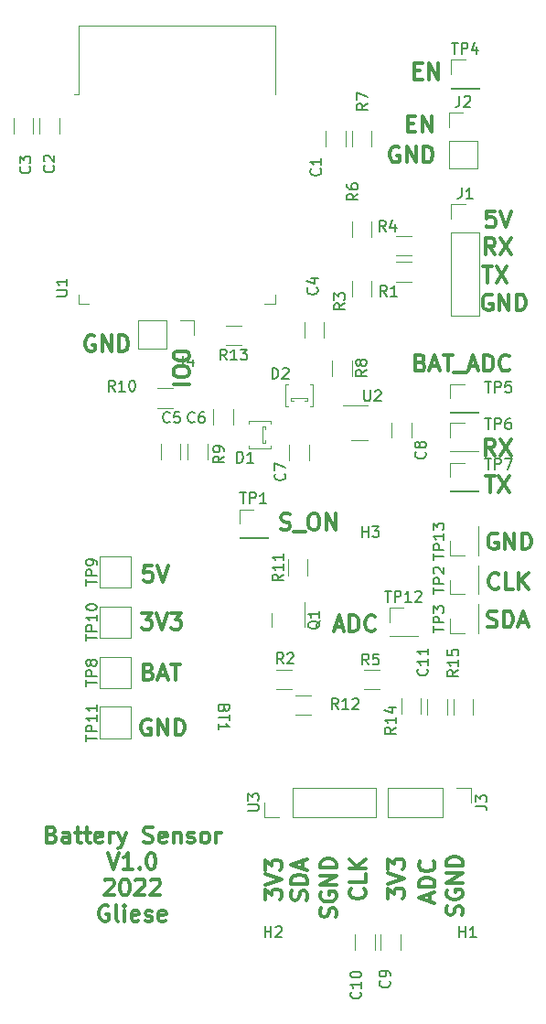
<source format=gbr>
%TF.GenerationSoftware,KiCad,Pcbnew,6.0.0-d3dd2cf0fa~116~ubuntu20.04.1*%
%TF.CreationDate,2022-02-22T07:52:51+01:00*%
%TF.ProjectId,ESP32_BAT,45535033-325f-4424-9154-2e6b69636164,rev?*%
%TF.SameCoordinates,Original*%
%TF.FileFunction,Legend,Top*%
%TF.FilePolarity,Positive*%
%FSLAX46Y46*%
G04 Gerber Fmt 4.6, Leading zero omitted, Abs format (unit mm)*
G04 Created by KiCad (PCBNEW 6.0.0-d3dd2cf0fa~116~ubuntu20.04.1) date 2022-02-22 07:52:51*
%MOMM*%
%LPD*%
G01*
G04 APERTURE LIST*
%ADD10C,0.300000*%
%ADD11C,0.150000*%
%ADD12C,0.120000*%
G04 APERTURE END LIST*
D10*
X52057142Y-61550000D02*
X51914285Y-61478571D01*
X51700000Y-61478571D01*
X51485714Y-61550000D01*
X51342857Y-61692857D01*
X51271428Y-61835714D01*
X51200000Y-62121428D01*
X51200000Y-62335714D01*
X51271428Y-62621428D01*
X51342857Y-62764285D01*
X51485714Y-62907142D01*
X51700000Y-62978571D01*
X51842857Y-62978571D01*
X52057142Y-62907142D01*
X52128571Y-62835714D01*
X52128571Y-62335714D01*
X51842857Y-62335714D01*
X52771428Y-62978571D02*
X52771428Y-61478571D01*
X53628571Y-62978571D01*
X53628571Y-61478571D01*
X54342857Y-62978571D02*
X54342857Y-61478571D01*
X54700000Y-61478571D01*
X54914285Y-61550000D01*
X55057142Y-61692857D01*
X55128571Y-61835714D01*
X55200000Y-62121428D01*
X55200000Y-62335714D01*
X55128571Y-62621428D01*
X55057142Y-62764285D01*
X54914285Y-62907142D01*
X54700000Y-62978571D01*
X54342857Y-62978571D01*
X60878571Y-66000000D02*
X59378571Y-66000000D01*
X59378571Y-65000000D02*
X59378571Y-64714285D01*
X59450000Y-64571428D01*
X59592857Y-64428571D01*
X59878571Y-64357142D01*
X60378571Y-64357142D01*
X60664285Y-64428571D01*
X60807142Y-64571428D01*
X60878571Y-64714285D01*
X60878571Y-65000000D01*
X60807142Y-65142857D01*
X60664285Y-65285714D01*
X60378571Y-65357142D01*
X59878571Y-65357142D01*
X59592857Y-65285714D01*
X59450000Y-65142857D01*
X59378571Y-65000000D01*
X59378571Y-63428571D02*
X59378571Y-63285714D01*
X59450000Y-63142857D01*
X59521428Y-63071428D01*
X59664285Y-63000000D01*
X59950000Y-62928571D01*
X60307142Y-62928571D01*
X60592857Y-63000000D01*
X60735714Y-63071428D01*
X60807142Y-63142857D01*
X60878571Y-63285714D01*
X60878571Y-63428571D01*
X60807142Y-63571428D01*
X60735714Y-63642857D01*
X60592857Y-63714285D01*
X60307142Y-63785714D01*
X59950000Y-63785714D01*
X59664285Y-63714285D01*
X59521428Y-63642857D01*
X59450000Y-63571428D01*
X59378571Y-63428571D01*
X69328571Y-79407142D02*
X69542857Y-79478571D01*
X69900000Y-79478571D01*
X70042857Y-79407142D01*
X70114285Y-79335714D01*
X70185714Y-79192857D01*
X70185714Y-79050000D01*
X70114285Y-78907142D01*
X70042857Y-78835714D01*
X69900000Y-78764285D01*
X69614285Y-78692857D01*
X69471428Y-78621428D01*
X69400000Y-78550000D01*
X69328571Y-78407142D01*
X69328571Y-78264285D01*
X69400000Y-78121428D01*
X69471428Y-78050000D01*
X69614285Y-77978571D01*
X69971428Y-77978571D01*
X70185714Y-78050000D01*
X70471428Y-79621428D02*
X71614285Y-79621428D01*
X72257142Y-77978571D02*
X72542857Y-77978571D01*
X72685714Y-78050000D01*
X72828571Y-78192857D01*
X72900000Y-78478571D01*
X72900000Y-78978571D01*
X72828571Y-79264285D01*
X72685714Y-79407142D01*
X72542857Y-79478571D01*
X72257142Y-79478571D01*
X72114285Y-79407142D01*
X71971428Y-79264285D01*
X71900000Y-78978571D01*
X71900000Y-78478571D01*
X71971428Y-78192857D01*
X72114285Y-78050000D01*
X72257142Y-77978571D01*
X73542857Y-79478571D02*
X73542857Y-77978571D01*
X74400000Y-79478571D01*
X74400000Y-77978571D01*
X56442857Y-87178571D02*
X57371428Y-87178571D01*
X56871428Y-87750000D01*
X57085714Y-87750000D01*
X57228571Y-87821428D01*
X57300000Y-87892857D01*
X57371428Y-88035714D01*
X57371428Y-88392857D01*
X57300000Y-88535714D01*
X57228571Y-88607142D01*
X57085714Y-88678571D01*
X56657142Y-88678571D01*
X56514285Y-88607142D01*
X56442857Y-88535714D01*
X57800000Y-87178571D02*
X58300000Y-88678571D01*
X58800000Y-87178571D01*
X59157142Y-87178571D02*
X60085714Y-87178571D01*
X59585714Y-87750000D01*
X59800000Y-87750000D01*
X59942857Y-87821428D01*
X60014285Y-87892857D01*
X60085714Y-88035714D01*
X60085714Y-88392857D01*
X60014285Y-88535714D01*
X59942857Y-88607142D01*
X59800000Y-88678571D01*
X59371428Y-88678571D01*
X59228571Y-88607142D01*
X59157142Y-88535714D01*
X77035714Y-112692857D02*
X77107142Y-112764285D01*
X77178571Y-112978571D01*
X77178571Y-113121428D01*
X77107142Y-113335714D01*
X76964285Y-113478571D01*
X76821428Y-113550000D01*
X76535714Y-113621428D01*
X76321428Y-113621428D01*
X76035714Y-113550000D01*
X75892857Y-113478571D01*
X75750000Y-113335714D01*
X75678571Y-113121428D01*
X75678571Y-112978571D01*
X75750000Y-112764285D01*
X75821428Y-112692857D01*
X77178571Y-111335714D02*
X77178571Y-112050000D01*
X75678571Y-112050000D01*
X77178571Y-110835714D02*
X75678571Y-110835714D01*
X77178571Y-109978571D02*
X76321428Y-110621428D01*
X75678571Y-109978571D02*
X76535714Y-110835714D01*
X79258571Y-113557142D02*
X79258571Y-112628571D01*
X79830000Y-113128571D01*
X79830000Y-112914285D01*
X79901428Y-112771428D01*
X79972857Y-112700000D01*
X80115714Y-112628571D01*
X80472857Y-112628571D01*
X80615714Y-112700000D01*
X80687142Y-112771428D01*
X80758571Y-112914285D01*
X80758571Y-113342857D01*
X80687142Y-113485714D01*
X80615714Y-113557142D01*
X79258571Y-112200000D02*
X80758571Y-111700000D01*
X79258571Y-111200000D01*
X79258571Y-110842857D02*
X79258571Y-109914285D01*
X79830000Y-110414285D01*
X79830000Y-110200000D01*
X79901428Y-110057142D01*
X79972857Y-109985714D01*
X80115714Y-109914285D01*
X80472857Y-109914285D01*
X80615714Y-109985714D01*
X80687142Y-110057142D01*
X80758571Y-110200000D01*
X80758571Y-110628571D01*
X80687142Y-110771428D01*
X80615714Y-110842857D01*
X82278571Y-63992857D02*
X82492857Y-64064285D01*
X82564285Y-64135714D01*
X82635714Y-64278571D01*
X82635714Y-64492857D01*
X82564285Y-64635714D01*
X82492857Y-64707142D01*
X82350000Y-64778571D01*
X81778571Y-64778571D01*
X81778571Y-63278571D01*
X82278571Y-63278571D01*
X82421428Y-63350000D01*
X82492857Y-63421428D01*
X82564285Y-63564285D01*
X82564285Y-63707142D01*
X82492857Y-63850000D01*
X82421428Y-63921428D01*
X82278571Y-63992857D01*
X81778571Y-63992857D01*
X83207142Y-64350000D02*
X83921428Y-64350000D01*
X83064285Y-64778571D02*
X83564285Y-63278571D01*
X84064285Y-64778571D01*
X84350000Y-63278571D02*
X85207142Y-63278571D01*
X84778571Y-64778571D02*
X84778571Y-63278571D01*
X85350000Y-64921428D02*
X86492857Y-64921428D01*
X86778571Y-64350000D02*
X87492857Y-64350000D01*
X86635714Y-64778571D02*
X87135714Y-63278571D01*
X87635714Y-64778571D01*
X88135714Y-64778571D02*
X88135714Y-63278571D01*
X88492857Y-63278571D01*
X88707142Y-63350000D01*
X88850000Y-63492857D01*
X88921428Y-63635714D01*
X88992857Y-63921428D01*
X88992857Y-64135714D01*
X88921428Y-64421428D01*
X88850000Y-64564285D01*
X88707142Y-64707142D01*
X88492857Y-64778571D01*
X88135714Y-64778571D01*
X90492857Y-64635714D02*
X90421428Y-64707142D01*
X90207142Y-64778571D01*
X90064285Y-64778571D01*
X89850000Y-64707142D01*
X89707142Y-64564285D01*
X89635714Y-64421428D01*
X89564285Y-64135714D01*
X89564285Y-63921428D01*
X89635714Y-63635714D01*
X89707142Y-63492857D01*
X89850000Y-63350000D01*
X90064285Y-63278571D01*
X90207142Y-63278571D01*
X90421428Y-63350000D01*
X90492857Y-63421428D01*
X89150000Y-72578571D02*
X88650000Y-71864285D01*
X88292857Y-72578571D02*
X88292857Y-71078571D01*
X88864285Y-71078571D01*
X89007142Y-71150000D01*
X89078571Y-71221428D01*
X89150000Y-71364285D01*
X89150000Y-71578571D01*
X89078571Y-71721428D01*
X89007142Y-71792857D01*
X88864285Y-71864285D01*
X88292857Y-71864285D01*
X89650000Y-71078571D02*
X90650000Y-72578571D01*
X90650000Y-71078571D02*
X89650000Y-72578571D01*
X57414285Y-82778571D02*
X56700000Y-82778571D01*
X56628571Y-83492857D01*
X56700000Y-83421428D01*
X56842857Y-83350000D01*
X57200000Y-83350000D01*
X57342857Y-83421428D01*
X57414285Y-83492857D01*
X57485714Y-83635714D01*
X57485714Y-83992857D01*
X57414285Y-84135714D01*
X57342857Y-84207142D01*
X57200000Y-84278571D01*
X56842857Y-84278571D01*
X56700000Y-84207142D01*
X56628571Y-84135714D01*
X57914285Y-82778571D02*
X58414285Y-84278571D01*
X58914285Y-82778571D01*
X88478571Y-88407142D02*
X88692857Y-88478571D01*
X89050000Y-88478571D01*
X89192857Y-88407142D01*
X89264285Y-88335714D01*
X89335714Y-88192857D01*
X89335714Y-88050000D01*
X89264285Y-87907142D01*
X89192857Y-87835714D01*
X89050000Y-87764285D01*
X88764285Y-87692857D01*
X88621428Y-87621428D01*
X88550000Y-87550000D01*
X88478571Y-87407142D01*
X88478571Y-87264285D01*
X88550000Y-87121428D01*
X88621428Y-87050000D01*
X88764285Y-86978571D01*
X89121428Y-86978571D01*
X89335714Y-87050000D01*
X89978571Y-88478571D02*
X89978571Y-86978571D01*
X90335714Y-86978571D01*
X90550000Y-87050000D01*
X90692857Y-87192857D01*
X90764285Y-87335714D01*
X90835714Y-87621428D01*
X90835714Y-87835714D01*
X90764285Y-88121428D01*
X90692857Y-88264285D01*
X90550000Y-88407142D01*
X90335714Y-88478571D01*
X89978571Y-88478571D01*
X91407142Y-88050000D02*
X92121428Y-88050000D01*
X91264285Y-88478571D02*
X91764285Y-86978571D01*
X92264285Y-88478571D01*
X57092857Y-92592857D02*
X57307142Y-92664285D01*
X57378571Y-92735714D01*
X57450000Y-92878571D01*
X57450000Y-93092857D01*
X57378571Y-93235714D01*
X57307142Y-93307142D01*
X57164285Y-93378571D01*
X56592857Y-93378571D01*
X56592857Y-91878571D01*
X57092857Y-91878571D01*
X57235714Y-91950000D01*
X57307142Y-92021428D01*
X57378571Y-92164285D01*
X57378571Y-92307142D01*
X57307142Y-92450000D01*
X57235714Y-92521428D01*
X57092857Y-92592857D01*
X56592857Y-92592857D01*
X58021428Y-92950000D02*
X58735714Y-92950000D01*
X57878571Y-93378571D02*
X58378571Y-91878571D01*
X58878571Y-93378571D01*
X59164285Y-91878571D02*
X60021428Y-91878571D01*
X59592857Y-93378571D02*
X59592857Y-91878571D01*
X71707142Y-113721428D02*
X71778571Y-113507142D01*
X71778571Y-113150000D01*
X71707142Y-113007142D01*
X71635714Y-112935714D01*
X71492857Y-112864285D01*
X71350000Y-112864285D01*
X71207142Y-112935714D01*
X71135714Y-113007142D01*
X71064285Y-113150000D01*
X70992857Y-113435714D01*
X70921428Y-113578571D01*
X70850000Y-113650000D01*
X70707142Y-113721428D01*
X70564285Y-113721428D01*
X70421428Y-113650000D01*
X70350000Y-113578571D01*
X70278571Y-113435714D01*
X70278571Y-113078571D01*
X70350000Y-112864285D01*
X71778571Y-112221428D02*
X70278571Y-112221428D01*
X70278571Y-111864285D01*
X70350000Y-111650000D01*
X70492857Y-111507142D01*
X70635714Y-111435714D01*
X70921428Y-111364285D01*
X71135714Y-111364285D01*
X71421428Y-111435714D01*
X71564285Y-111507142D01*
X71707142Y-111650000D01*
X71778571Y-111864285D01*
X71778571Y-112221428D01*
X71350000Y-110792857D02*
X71350000Y-110078571D01*
X71778571Y-110935714D02*
X70278571Y-110435714D01*
X71778571Y-109935714D01*
X57257142Y-97050000D02*
X57114285Y-96978571D01*
X56900000Y-96978571D01*
X56685714Y-97050000D01*
X56542857Y-97192857D01*
X56471428Y-97335714D01*
X56400000Y-97621428D01*
X56400000Y-97835714D01*
X56471428Y-98121428D01*
X56542857Y-98264285D01*
X56685714Y-98407142D01*
X56900000Y-98478571D01*
X57042857Y-98478571D01*
X57257142Y-98407142D01*
X57328571Y-98335714D01*
X57328571Y-97835714D01*
X57042857Y-97835714D01*
X57971428Y-98478571D02*
X57971428Y-96978571D01*
X58828571Y-98478571D01*
X58828571Y-96978571D01*
X59542857Y-98478571D02*
X59542857Y-96978571D01*
X59900000Y-96978571D01*
X60114285Y-97050000D01*
X60257142Y-97192857D01*
X60328571Y-97335714D01*
X60400000Y-97621428D01*
X60400000Y-97835714D01*
X60328571Y-98121428D01*
X60257142Y-98264285D01*
X60114285Y-98407142D01*
X59900000Y-98478571D01*
X59542857Y-98478571D01*
X89507142Y-84835714D02*
X89435714Y-84907142D01*
X89221428Y-84978571D01*
X89078571Y-84978571D01*
X88864285Y-84907142D01*
X88721428Y-84764285D01*
X88650000Y-84621428D01*
X88578571Y-84335714D01*
X88578571Y-84121428D01*
X88650000Y-83835714D01*
X88721428Y-83692857D01*
X88864285Y-83550000D01*
X89078571Y-83478571D01*
X89221428Y-83478571D01*
X89435714Y-83550000D01*
X89507142Y-83621428D01*
X90864285Y-84978571D02*
X90150000Y-84978571D01*
X90150000Y-83478571D01*
X91364285Y-84978571D02*
X91364285Y-83478571D01*
X92221428Y-84978571D02*
X91578571Y-84121428D01*
X92221428Y-83478571D02*
X91364285Y-84335714D01*
X89150000Y-53978571D02*
X88650000Y-53264285D01*
X88292857Y-53978571D02*
X88292857Y-52478571D01*
X88864285Y-52478571D01*
X89007142Y-52550000D01*
X89078571Y-52621428D01*
X89150000Y-52764285D01*
X89150000Y-52978571D01*
X89078571Y-53121428D01*
X89007142Y-53192857D01*
X88864285Y-53264285D01*
X88292857Y-53264285D01*
X89650000Y-52478571D02*
X90650000Y-53978571D01*
X90650000Y-52478571D02*
X89650000Y-53978571D01*
X83150000Y-113857142D02*
X83150000Y-113142857D01*
X83578571Y-114000000D02*
X82078571Y-113500000D01*
X83578571Y-113000000D01*
X83578571Y-112500000D02*
X82078571Y-112500000D01*
X82078571Y-112142857D01*
X82150000Y-111928571D01*
X82292857Y-111785714D01*
X82435714Y-111714285D01*
X82721428Y-111642857D01*
X82935714Y-111642857D01*
X83221428Y-111714285D01*
X83364285Y-111785714D01*
X83507142Y-111928571D01*
X83578571Y-112142857D01*
X83578571Y-112500000D01*
X83435714Y-110142857D02*
X83507142Y-110214285D01*
X83578571Y-110428571D01*
X83578571Y-110571428D01*
X83507142Y-110785714D01*
X83364285Y-110928571D01*
X83221428Y-111000000D01*
X82935714Y-111071428D01*
X82721428Y-111071428D01*
X82435714Y-111000000D01*
X82292857Y-110928571D01*
X82150000Y-110785714D01*
X82078571Y-110571428D01*
X82078571Y-110428571D01*
X82150000Y-110214285D01*
X82221428Y-110142857D01*
X88257142Y-74478571D02*
X89114285Y-74478571D01*
X88685714Y-75978571D02*
X88685714Y-74478571D01*
X89471428Y-74478571D02*
X90471428Y-75978571D01*
X90471428Y-74478571D02*
X89471428Y-75978571D01*
X81092857Y-41892857D02*
X81592857Y-41892857D01*
X81807142Y-42678571D02*
X81092857Y-42678571D01*
X81092857Y-41178571D01*
X81807142Y-41178571D01*
X82450000Y-42678571D02*
X82450000Y-41178571D01*
X83307142Y-42678571D01*
X83307142Y-41178571D01*
X88057142Y-55078571D02*
X88914285Y-55078571D01*
X88485714Y-56578571D02*
X88485714Y-55078571D01*
X89271428Y-55078571D02*
X90271428Y-56578571D01*
X90271428Y-55078571D02*
X89271428Y-56578571D01*
X80257142Y-44050000D02*
X80114285Y-43978571D01*
X79900000Y-43978571D01*
X79685714Y-44050000D01*
X79542857Y-44192857D01*
X79471428Y-44335714D01*
X79400000Y-44621428D01*
X79400000Y-44835714D01*
X79471428Y-45121428D01*
X79542857Y-45264285D01*
X79685714Y-45407142D01*
X79900000Y-45478571D01*
X80042857Y-45478571D01*
X80257142Y-45407142D01*
X80328571Y-45335714D01*
X80328571Y-44835714D01*
X80042857Y-44835714D01*
X80971428Y-45478571D02*
X80971428Y-43978571D01*
X81828571Y-45478571D01*
X81828571Y-43978571D01*
X82542857Y-45478571D02*
X82542857Y-43978571D01*
X82900000Y-43978571D01*
X83114285Y-44050000D01*
X83257142Y-44192857D01*
X83328571Y-44335714D01*
X83400000Y-44621428D01*
X83400000Y-44835714D01*
X83328571Y-45121428D01*
X83257142Y-45264285D01*
X83114285Y-45407142D01*
X82900000Y-45478571D01*
X82542857Y-45478571D01*
X89357142Y-79850000D02*
X89214285Y-79778571D01*
X89000000Y-79778571D01*
X88785714Y-79850000D01*
X88642857Y-79992857D01*
X88571428Y-80135714D01*
X88500000Y-80421428D01*
X88500000Y-80635714D01*
X88571428Y-80921428D01*
X88642857Y-81064285D01*
X88785714Y-81207142D01*
X89000000Y-81278571D01*
X89142857Y-81278571D01*
X89357142Y-81207142D01*
X89428571Y-81135714D01*
X89428571Y-80635714D01*
X89142857Y-80635714D01*
X90071428Y-81278571D02*
X90071428Y-79778571D01*
X90928571Y-81278571D01*
X90928571Y-79778571D01*
X91642857Y-81278571D02*
X91642857Y-79778571D01*
X92000000Y-79778571D01*
X92214285Y-79850000D01*
X92357142Y-79992857D01*
X92428571Y-80135714D01*
X92500000Y-80421428D01*
X92500000Y-80635714D01*
X92428571Y-80921428D01*
X92357142Y-81064285D01*
X92214285Y-81207142D01*
X92000000Y-81278571D01*
X91642857Y-81278571D01*
X86087142Y-115114285D02*
X86158571Y-114900000D01*
X86158571Y-114542857D01*
X86087142Y-114400000D01*
X86015714Y-114328571D01*
X85872857Y-114257142D01*
X85730000Y-114257142D01*
X85587142Y-114328571D01*
X85515714Y-114400000D01*
X85444285Y-114542857D01*
X85372857Y-114828571D01*
X85301428Y-114971428D01*
X85230000Y-115042857D01*
X85087142Y-115114285D01*
X84944285Y-115114285D01*
X84801428Y-115042857D01*
X84730000Y-114971428D01*
X84658571Y-114828571D01*
X84658571Y-114471428D01*
X84730000Y-114257142D01*
X84730000Y-112828571D02*
X84658571Y-112971428D01*
X84658571Y-113185714D01*
X84730000Y-113400000D01*
X84872857Y-113542857D01*
X85015714Y-113614285D01*
X85301428Y-113685714D01*
X85515714Y-113685714D01*
X85801428Y-113614285D01*
X85944285Y-113542857D01*
X86087142Y-113400000D01*
X86158571Y-113185714D01*
X86158571Y-113042857D01*
X86087142Y-112828571D01*
X86015714Y-112757142D01*
X85515714Y-112757142D01*
X85515714Y-113042857D01*
X86158571Y-112114285D02*
X84658571Y-112114285D01*
X86158571Y-111257142D01*
X84658571Y-111257142D01*
X86158571Y-110542857D02*
X84658571Y-110542857D01*
X84658571Y-110185714D01*
X84730000Y-109971428D01*
X84872857Y-109828571D01*
X85015714Y-109757142D01*
X85301428Y-109685714D01*
X85515714Y-109685714D01*
X85801428Y-109757142D01*
X85944285Y-109828571D01*
X86087142Y-109971428D01*
X86158571Y-110185714D01*
X86158571Y-110542857D01*
X74342857Y-88450000D02*
X75057142Y-88450000D01*
X74200000Y-88878571D02*
X74700000Y-87378571D01*
X75200000Y-88878571D01*
X75700000Y-88878571D02*
X75700000Y-87378571D01*
X76057142Y-87378571D01*
X76271428Y-87450000D01*
X76414285Y-87592857D01*
X76485714Y-87735714D01*
X76557142Y-88021428D01*
X76557142Y-88235714D01*
X76485714Y-88521428D01*
X76414285Y-88664285D01*
X76271428Y-88807142D01*
X76057142Y-88878571D01*
X75700000Y-88878571D01*
X78057142Y-88735714D02*
X77985714Y-88807142D01*
X77771428Y-88878571D01*
X77628571Y-88878571D01*
X77414285Y-88807142D01*
X77271428Y-88664285D01*
X77200000Y-88521428D01*
X77128571Y-88235714D01*
X77128571Y-88021428D01*
X77200000Y-87735714D01*
X77271428Y-87592857D01*
X77414285Y-87450000D01*
X77628571Y-87378571D01*
X77771428Y-87378571D01*
X77985714Y-87450000D01*
X78057142Y-87521428D01*
X81692857Y-36992857D02*
X82192857Y-36992857D01*
X82407142Y-37778571D02*
X81692857Y-37778571D01*
X81692857Y-36278571D01*
X82407142Y-36278571D01*
X83050000Y-37778571D02*
X83050000Y-36278571D01*
X83907142Y-37778571D01*
X83907142Y-36278571D01*
X89114285Y-49978571D02*
X88400000Y-49978571D01*
X88328571Y-50692857D01*
X88400000Y-50621428D01*
X88542857Y-50550000D01*
X88900000Y-50550000D01*
X89042857Y-50621428D01*
X89114285Y-50692857D01*
X89185714Y-50835714D01*
X89185714Y-51192857D01*
X89114285Y-51335714D01*
X89042857Y-51407142D01*
X88900000Y-51478571D01*
X88542857Y-51478571D01*
X88400000Y-51407142D01*
X88328571Y-51335714D01*
X89614285Y-49978571D02*
X90114285Y-51478571D01*
X90614285Y-49978571D01*
X74407142Y-115314285D02*
X74478571Y-115100000D01*
X74478571Y-114742857D01*
X74407142Y-114600000D01*
X74335714Y-114528571D01*
X74192857Y-114457142D01*
X74050000Y-114457142D01*
X73907142Y-114528571D01*
X73835714Y-114600000D01*
X73764285Y-114742857D01*
X73692857Y-115028571D01*
X73621428Y-115171428D01*
X73550000Y-115242857D01*
X73407142Y-115314285D01*
X73264285Y-115314285D01*
X73121428Y-115242857D01*
X73050000Y-115171428D01*
X72978571Y-115028571D01*
X72978571Y-114671428D01*
X73050000Y-114457142D01*
X73050000Y-113028571D02*
X72978571Y-113171428D01*
X72978571Y-113385714D01*
X73050000Y-113600000D01*
X73192857Y-113742857D01*
X73335714Y-113814285D01*
X73621428Y-113885714D01*
X73835714Y-113885714D01*
X74121428Y-113814285D01*
X74264285Y-113742857D01*
X74407142Y-113600000D01*
X74478571Y-113385714D01*
X74478571Y-113242857D01*
X74407142Y-113028571D01*
X74335714Y-112957142D01*
X73835714Y-112957142D01*
X73835714Y-113242857D01*
X74478571Y-112314285D02*
X72978571Y-112314285D01*
X74478571Y-111457142D01*
X72978571Y-111457142D01*
X74478571Y-110742857D02*
X72978571Y-110742857D01*
X72978571Y-110385714D01*
X73050000Y-110171428D01*
X73192857Y-110028571D01*
X73335714Y-109957142D01*
X73621428Y-109885714D01*
X73835714Y-109885714D01*
X74121428Y-109957142D01*
X74264285Y-110028571D01*
X74407142Y-110171428D01*
X74478571Y-110385714D01*
X74478571Y-110742857D01*
X67878571Y-113657142D02*
X67878571Y-112728571D01*
X68450000Y-113228571D01*
X68450000Y-113014285D01*
X68521428Y-112871428D01*
X68592857Y-112800000D01*
X68735714Y-112728571D01*
X69092857Y-112728571D01*
X69235714Y-112800000D01*
X69307142Y-112871428D01*
X69378571Y-113014285D01*
X69378571Y-113442857D01*
X69307142Y-113585714D01*
X69235714Y-113657142D01*
X67878571Y-112300000D02*
X69378571Y-111800000D01*
X67878571Y-111300000D01*
X67878571Y-110942857D02*
X67878571Y-110014285D01*
X68450000Y-110514285D01*
X68450000Y-110300000D01*
X68521428Y-110157142D01*
X68592857Y-110085714D01*
X68735714Y-110014285D01*
X69092857Y-110014285D01*
X69235714Y-110085714D01*
X69307142Y-110157142D01*
X69378571Y-110300000D01*
X69378571Y-110728571D01*
X69307142Y-110871428D01*
X69235714Y-110942857D01*
X48135714Y-107670357D02*
X48350000Y-107741785D01*
X48421428Y-107813214D01*
X48492857Y-107956071D01*
X48492857Y-108170357D01*
X48421428Y-108313214D01*
X48350000Y-108384642D01*
X48207142Y-108456071D01*
X47635714Y-108456071D01*
X47635714Y-106956071D01*
X48135714Y-106956071D01*
X48278571Y-107027500D01*
X48350000Y-107098928D01*
X48421428Y-107241785D01*
X48421428Y-107384642D01*
X48350000Y-107527500D01*
X48278571Y-107598928D01*
X48135714Y-107670357D01*
X47635714Y-107670357D01*
X49778571Y-108456071D02*
X49778571Y-107670357D01*
X49707142Y-107527500D01*
X49564285Y-107456071D01*
X49278571Y-107456071D01*
X49135714Y-107527500D01*
X49778571Y-108384642D02*
X49635714Y-108456071D01*
X49278571Y-108456071D01*
X49135714Y-108384642D01*
X49064285Y-108241785D01*
X49064285Y-108098928D01*
X49135714Y-107956071D01*
X49278571Y-107884642D01*
X49635714Y-107884642D01*
X49778571Y-107813214D01*
X50278571Y-107456071D02*
X50850000Y-107456071D01*
X50492857Y-106956071D02*
X50492857Y-108241785D01*
X50564285Y-108384642D01*
X50707142Y-108456071D01*
X50850000Y-108456071D01*
X51135714Y-107456071D02*
X51707142Y-107456071D01*
X51350000Y-106956071D02*
X51350000Y-108241785D01*
X51421428Y-108384642D01*
X51564285Y-108456071D01*
X51707142Y-108456071D01*
X52778571Y-108384642D02*
X52635714Y-108456071D01*
X52350000Y-108456071D01*
X52207142Y-108384642D01*
X52135714Y-108241785D01*
X52135714Y-107670357D01*
X52207142Y-107527500D01*
X52350000Y-107456071D01*
X52635714Y-107456071D01*
X52778571Y-107527500D01*
X52850000Y-107670357D01*
X52850000Y-107813214D01*
X52135714Y-107956071D01*
X53492857Y-108456071D02*
X53492857Y-107456071D01*
X53492857Y-107741785D02*
X53564285Y-107598928D01*
X53635714Y-107527500D01*
X53778571Y-107456071D01*
X53921428Y-107456071D01*
X54278571Y-107456071D02*
X54635714Y-108456071D01*
X54992857Y-107456071D02*
X54635714Y-108456071D01*
X54492857Y-108813214D01*
X54421428Y-108884642D01*
X54278571Y-108956071D01*
X56635714Y-108384642D02*
X56850000Y-108456071D01*
X57207142Y-108456071D01*
X57350000Y-108384642D01*
X57421428Y-108313214D01*
X57492857Y-108170357D01*
X57492857Y-108027500D01*
X57421428Y-107884642D01*
X57350000Y-107813214D01*
X57207142Y-107741785D01*
X56921428Y-107670357D01*
X56778571Y-107598928D01*
X56707142Y-107527500D01*
X56635714Y-107384642D01*
X56635714Y-107241785D01*
X56707142Y-107098928D01*
X56778571Y-107027500D01*
X56921428Y-106956071D01*
X57278571Y-106956071D01*
X57492857Y-107027500D01*
X58707142Y-108384642D02*
X58564285Y-108456071D01*
X58278571Y-108456071D01*
X58135714Y-108384642D01*
X58064285Y-108241785D01*
X58064285Y-107670357D01*
X58135714Y-107527500D01*
X58278571Y-107456071D01*
X58564285Y-107456071D01*
X58707142Y-107527500D01*
X58778571Y-107670357D01*
X58778571Y-107813214D01*
X58064285Y-107956071D01*
X59421428Y-107456071D02*
X59421428Y-108456071D01*
X59421428Y-107598928D02*
X59492857Y-107527500D01*
X59635714Y-107456071D01*
X59850000Y-107456071D01*
X59992857Y-107527500D01*
X60064285Y-107670357D01*
X60064285Y-108456071D01*
X60707142Y-108384642D02*
X60850000Y-108456071D01*
X61135714Y-108456071D01*
X61278571Y-108384642D01*
X61350000Y-108241785D01*
X61350000Y-108170357D01*
X61278571Y-108027500D01*
X61135714Y-107956071D01*
X60921428Y-107956071D01*
X60778571Y-107884642D01*
X60707142Y-107741785D01*
X60707142Y-107670357D01*
X60778571Y-107527500D01*
X60921428Y-107456071D01*
X61135714Y-107456071D01*
X61278571Y-107527500D01*
X62207142Y-108456071D02*
X62064285Y-108384642D01*
X61992857Y-108313214D01*
X61921428Y-108170357D01*
X61921428Y-107741785D01*
X61992857Y-107598928D01*
X62064285Y-107527500D01*
X62207142Y-107456071D01*
X62421428Y-107456071D01*
X62564285Y-107527500D01*
X62635714Y-107598928D01*
X62707142Y-107741785D01*
X62707142Y-108170357D01*
X62635714Y-108313214D01*
X62564285Y-108384642D01*
X62421428Y-108456071D01*
X62207142Y-108456071D01*
X63350000Y-108456071D02*
X63350000Y-107456071D01*
X63350000Y-107741785D02*
X63421428Y-107598928D01*
X63492857Y-107527500D01*
X63635714Y-107456071D01*
X63778571Y-107456071D01*
X53314285Y-109371071D02*
X53814285Y-110871071D01*
X54314285Y-109371071D01*
X55600000Y-110871071D02*
X54742857Y-110871071D01*
X55171428Y-110871071D02*
X55171428Y-109371071D01*
X55028571Y-109585357D01*
X54885714Y-109728214D01*
X54742857Y-109799642D01*
X56242857Y-110728214D02*
X56314285Y-110799642D01*
X56242857Y-110871071D01*
X56171428Y-110799642D01*
X56242857Y-110728214D01*
X56242857Y-110871071D01*
X57242857Y-109371071D02*
X57385714Y-109371071D01*
X57528571Y-109442500D01*
X57600000Y-109513928D01*
X57671428Y-109656785D01*
X57742857Y-109942500D01*
X57742857Y-110299642D01*
X57671428Y-110585357D01*
X57600000Y-110728214D01*
X57528571Y-110799642D01*
X57385714Y-110871071D01*
X57242857Y-110871071D01*
X57100000Y-110799642D01*
X57028571Y-110728214D01*
X56957142Y-110585357D01*
X56885714Y-110299642D01*
X56885714Y-109942500D01*
X56957142Y-109656785D01*
X57028571Y-109513928D01*
X57100000Y-109442500D01*
X57242857Y-109371071D01*
X53028571Y-111928928D02*
X53100000Y-111857500D01*
X53242857Y-111786071D01*
X53600000Y-111786071D01*
X53742857Y-111857500D01*
X53814285Y-111928928D01*
X53885714Y-112071785D01*
X53885714Y-112214642D01*
X53814285Y-112428928D01*
X52957142Y-113286071D01*
X53885714Y-113286071D01*
X54814285Y-111786071D02*
X54957142Y-111786071D01*
X55100000Y-111857500D01*
X55171428Y-111928928D01*
X55242857Y-112071785D01*
X55314285Y-112357500D01*
X55314285Y-112714642D01*
X55242857Y-113000357D01*
X55171428Y-113143214D01*
X55100000Y-113214642D01*
X54957142Y-113286071D01*
X54814285Y-113286071D01*
X54671428Y-113214642D01*
X54600000Y-113143214D01*
X54528571Y-113000357D01*
X54457142Y-112714642D01*
X54457142Y-112357500D01*
X54528571Y-112071785D01*
X54600000Y-111928928D01*
X54671428Y-111857500D01*
X54814285Y-111786071D01*
X55885714Y-111928928D02*
X55957142Y-111857500D01*
X56100000Y-111786071D01*
X56457142Y-111786071D01*
X56600000Y-111857500D01*
X56671428Y-111928928D01*
X56742857Y-112071785D01*
X56742857Y-112214642D01*
X56671428Y-112428928D01*
X55814285Y-113286071D01*
X56742857Y-113286071D01*
X57314285Y-111928928D02*
X57385714Y-111857500D01*
X57528571Y-111786071D01*
X57885714Y-111786071D01*
X58028571Y-111857500D01*
X58100000Y-111928928D01*
X58171428Y-112071785D01*
X58171428Y-112214642D01*
X58100000Y-112428928D01*
X57242857Y-113286071D01*
X58171428Y-113286071D01*
X53350000Y-114272500D02*
X53207142Y-114201071D01*
X52992857Y-114201071D01*
X52778571Y-114272500D01*
X52635714Y-114415357D01*
X52564285Y-114558214D01*
X52492857Y-114843928D01*
X52492857Y-115058214D01*
X52564285Y-115343928D01*
X52635714Y-115486785D01*
X52778571Y-115629642D01*
X52992857Y-115701071D01*
X53135714Y-115701071D01*
X53350000Y-115629642D01*
X53421428Y-115558214D01*
X53421428Y-115058214D01*
X53135714Y-115058214D01*
X54278571Y-115701071D02*
X54135714Y-115629642D01*
X54064285Y-115486785D01*
X54064285Y-114201071D01*
X54850000Y-115701071D02*
X54850000Y-114701071D01*
X54850000Y-114201071D02*
X54778571Y-114272500D01*
X54850000Y-114343928D01*
X54921428Y-114272500D01*
X54850000Y-114201071D01*
X54850000Y-114343928D01*
X56135714Y-115629642D02*
X55992857Y-115701071D01*
X55707142Y-115701071D01*
X55564285Y-115629642D01*
X55492857Y-115486785D01*
X55492857Y-114915357D01*
X55564285Y-114772500D01*
X55707142Y-114701071D01*
X55992857Y-114701071D01*
X56135714Y-114772500D01*
X56207142Y-114915357D01*
X56207142Y-115058214D01*
X55492857Y-115201071D01*
X56778571Y-115629642D02*
X56921428Y-115701071D01*
X57207142Y-115701071D01*
X57350000Y-115629642D01*
X57421428Y-115486785D01*
X57421428Y-115415357D01*
X57350000Y-115272500D01*
X57207142Y-115201071D01*
X56992857Y-115201071D01*
X56850000Y-115129642D01*
X56778571Y-114986785D01*
X56778571Y-114915357D01*
X56850000Y-114772500D01*
X56992857Y-114701071D01*
X57207142Y-114701071D01*
X57350000Y-114772500D01*
X58635714Y-115629642D02*
X58492857Y-115701071D01*
X58207142Y-115701071D01*
X58064285Y-115629642D01*
X57992857Y-115486785D01*
X57992857Y-114915357D01*
X58064285Y-114772500D01*
X58207142Y-114701071D01*
X58492857Y-114701071D01*
X58635714Y-114772500D01*
X58707142Y-114915357D01*
X58707142Y-115058214D01*
X57992857Y-115201071D01*
X88857142Y-57750000D02*
X88714285Y-57678571D01*
X88500000Y-57678571D01*
X88285714Y-57750000D01*
X88142857Y-57892857D01*
X88071428Y-58035714D01*
X88000000Y-58321428D01*
X88000000Y-58535714D01*
X88071428Y-58821428D01*
X88142857Y-58964285D01*
X88285714Y-59107142D01*
X88500000Y-59178571D01*
X88642857Y-59178571D01*
X88857142Y-59107142D01*
X88928571Y-59035714D01*
X88928571Y-58535714D01*
X88642857Y-58535714D01*
X89571428Y-59178571D02*
X89571428Y-57678571D01*
X90428571Y-59178571D01*
X90428571Y-57678571D01*
X91142857Y-59178571D02*
X91142857Y-57678571D01*
X91500000Y-57678571D01*
X91714285Y-57750000D01*
X91857142Y-57892857D01*
X91928571Y-58035714D01*
X92000000Y-58321428D01*
X92000000Y-58535714D01*
X91928571Y-58821428D01*
X91857142Y-58964285D01*
X91714285Y-59107142D01*
X91500000Y-59178571D01*
X91142857Y-59178571D01*
D11*
%TO.C,R13*%
X64307142Y-63752380D02*
X63973809Y-63276190D01*
X63735714Y-63752380D02*
X63735714Y-62752380D01*
X64116666Y-62752380D01*
X64211904Y-62800000D01*
X64259523Y-62847619D01*
X64307142Y-62942857D01*
X64307142Y-63085714D01*
X64259523Y-63180952D01*
X64211904Y-63228571D01*
X64116666Y-63276190D01*
X63735714Y-63276190D01*
X65259523Y-63752380D02*
X64688095Y-63752380D01*
X64973809Y-63752380D02*
X64973809Y-62752380D01*
X64878571Y-62895238D01*
X64783333Y-62990476D01*
X64688095Y-63038095D01*
X65592857Y-62752380D02*
X66211904Y-62752380D01*
X65878571Y-63133333D01*
X66021428Y-63133333D01*
X66116666Y-63180952D01*
X66164285Y-63228571D01*
X66211904Y-63323809D01*
X66211904Y-63561904D01*
X66164285Y-63657142D01*
X66116666Y-63704761D01*
X66021428Y-63752380D01*
X65735714Y-63752380D01*
X65640476Y-63704761D01*
X65592857Y-63657142D01*
%TO.C,U1*%
X48542380Y-57841904D02*
X49351904Y-57841904D01*
X49447142Y-57794285D01*
X49494761Y-57746666D01*
X49542380Y-57651428D01*
X49542380Y-57460952D01*
X49494761Y-57365714D01*
X49447142Y-57318095D01*
X49351904Y-57270476D01*
X48542380Y-57270476D01*
X49542380Y-56270476D02*
X49542380Y-56841904D01*
X49542380Y-56556190D02*
X48542380Y-56556190D01*
X48685238Y-56651428D01*
X48780476Y-56746666D01*
X48828095Y-56841904D01*
%TO.C,J4*%
X60266666Y-63352380D02*
X60266666Y-64066666D01*
X60219047Y-64209523D01*
X60123809Y-64304761D01*
X59980952Y-64352380D01*
X59885714Y-64352380D01*
X61171428Y-63685714D02*
X61171428Y-64352380D01*
X60933333Y-63304761D02*
X60695238Y-64019047D01*
X61314285Y-64019047D01*
%TO.C,C11*%
X82857142Y-92342857D02*
X82904761Y-92390476D01*
X82952380Y-92533333D01*
X82952380Y-92628571D01*
X82904761Y-92771428D01*
X82809523Y-92866666D01*
X82714285Y-92914285D01*
X82523809Y-92961904D01*
X82380952Y-92961904D01*
X82190476Y-92914285D01*
X82095238Y-92866666D01*
X82000000Y-92771428D01*
X81952380Y-92628571D01*
X81952380Y-92533333D01*
X82000000Y-92390476D01*
X82047619Y-92342857D01*
X82952380Y-91390476D02*
X82952380Y-91961904D01*
X82952380Y-91676190D02*
X81952380Y-91676190D01*
X82095238Y-91771428D01*
X82190476Y-91866666D01*
X82238095Y-91961904D01*
X82952380Y-90438095D02*
X82952380Y-91009523D01*
X82952380Y-90723809D02*
X81952380Y-90723809D01*
X82095238Y-90819047D01*
X82190476Y-90914285D01*
X82238095Y-91009523D01*
%TO.C,H1*%
X85838095Y-117152380D02*
X85838095Y-116152380D01*
X85838095Y-116628571D02*
X86409523Y-116628571D01*
X86409523Y-117152380D02*
X86409523Y-116152380D01*
X87409523Y-117152380D02*
X86838095Y-117152380D01*
X87123809Y-117152380D02*
X87123809Y-116152380D01*
X87028571Y-116295238D01*
X86933333Y-116390476D01*
X86838095Y-116438095D01*
%TO.C,R7*%
X77352380Y-40036666D02*
X76876190Y-40370000D01*
X77352380Y-40608095D02*
X76352380Y-40608095D01*
X76352380Y-40227142D01*
X76400000Y-40131904D01*
X76447619Y-40084285D01*
X76542857Y-40036666D01*
X76685714Y-40036666D01*
X76780952Y-40084285D01*
X76828571Y-40131904D01*
X76876190Y-40227142D01*
X76876190Y-40608095D01*
X76352380Y-39703333D02*
X76352380Y-39036666D01*
X77352380Y-39465238D01*
%TO.C,TP1*%
X65538095Y-76022380D02*
X66109523Y-76022380D01*
X65823809Y-77022380D02*
X65823809Y-76022380D01*
X66442857Y-77022380D02*
X66442857Y-76022380D01*
X66823809Y-76022380D01*
X66919047Y-76070000D01*
X66966666Y-76117619D01*
X67014285Y-76212857D01*
X67014285Y-76355714D01*
X66966666Y-76450952D01*
X66919047Y-76498571D01*
X66823809Y-76546190D01*
X66442857Y-76546190D01*
X67966666Y-77022380D02*
X67395238Y-77022380D01*
X67680952Y-77022380D02*
X67680952Y-76022380D01*
X67585714Y-76165238D01*
X67490476Y-76260476D01*
X67395238Y-76308095D01*
%TO.C,R10*%
X53957142Y-66652380D02*
X53623809Y-66176190D01*
X53385714Y-66652380D02*
X53385714Y-65652380D01*
X53766666Y-65652380D01*
X53861904Y-65700000D01*
X53909523Y-65747619D01*
X53957142Y-65842857D01*
X53957142Y-65985714D01*
X53909523Y-66080952D01*
X53861904Y-66128571D01*
X53766666Y-66176190D01*
X53385714Y-66176190D01*
X54909523Y-66652380D02*
X54338095Y-66652380D01*
X54623809Y-66652380D02*
X54623809Y-65652380D01*
X54528571Y-65795238D01*
X54433333Y-65890476D01*
X54338095Y-65938095D01*
X55528571Y-65652380D02*
X55623809Y-65652380D01*
X55719047Y-65700000D01*
X55766666Y-65747619D01*
X55814285Y-65842857D01*
X55861904Y-66033333D01*
X55861904Y-66271428D01*
X55814285Y-66461904D01*
X55766666Y-66557142D01*
X55719047Y-66604761D01*
X55623809Y-66652380D01*
X55528571Y-66652380D01*
X55433333Y-66604761D01*
X55385714Y-66557142D01*
X55338095Y-66461904D01*
X55290476Y-66271428D01*
X55290476Y-66033333D01*
X55338095Y-65842857D01*
X55385714Y-65747619D01*
X55433333Y-65700000D01*
X55528571Y-65652380D01*
%TO.C,R2*%
X69553333Y-91852380D02*
X69220000Y-91376190D01*
X68981904Y-91852380D02*
X68981904Y-90852380D01*
X69362857Y-90852380D01*
X69458095Y-90900000D01*
X69505714Y-90947619D01*
X69553333Y-91042857D01*
X69553333Y-91185714D01*
X69505714Y-91280952D01*
X69458095Y-91328571D01*
X69362857Y-91376190D01*
X68981904Y-91376190D01*
X69934285Y-90947619D02*
X69981904Y-90900000D01*
X70077142Y-90852380D01*
X70315238Y-90852380D01*
X70410476Y-90900000D01*
X70458095Y-90947619D01*
X70505714Y-91042857D01*
X70505714Y-91138095D01*
X70458095Y-91280952D01*
X69886666Y-91852380D01*
X70505714Y-91852380D01*
%TO.C,TP4*%
X85138095Y-34422380D02*
X85709523Y-34422380D01*
X85423809Y-35422380D02*
X85423809Y-34422380D01*
X86042857Y-35422380D02*
X86042857Y-34422380D01*
X86423809Y-34422380D01*
X86519047Y-34470000D01*
X86566666Y-34517619D01*
X86614285Y-34612857D01*
X86614285Y-34755714D01*
X86566666Y-34850952D01*
X86519047Y-34898571D01*
X86423809Y-34946190D01*
X86042857Y-34946190D01*
X87471428Y-34755714D02*
X87471428Y-35422380D01*
X87233333Y-34374761D02*
X86995238Y-35089047D01*
X87614285Y-35089047D01*
%TO.C,TP3*%
X83422380Y-88961904D02*
X83422380Y-88390476D01*
X84422380Y-88676190D02*
X83422380Y-88676190D01*
X84422380Y-88057142D02*
X83422380Y-88057142D01*
X83422380Y-87676190D01*
X83470000Y-87580952D01*
X83517619Y-87533333D01*
X83612857Y-87485714D01*
X83755714Y-87485714D01*
X83850952Y-87533333D01*
X83898571Y-87580952D01*
X83946190Y-87676190D01*
X83946190Y-88057142D01*
X83422380Y-87152380D02*
X83422380Y-86533333D01*
X83803333Y-86866666D01*
X83803333Y-86723809D01*
X83850952Y-86628571D01*
X83898571Y-86580952D01*
X83993809Y-86533333D01*
X84231904Y-86533333D01*
X84327142Y-86580952D01*
X84374761Y-86628571D01*
X84422380Y-86723809D01*
X84422380Y-87009523D01*
X84374761Y-87104761D01*
X84327142Y-87152380D01*
%TO.C,R5*%
X77453333Y-91952380D02*
X77120000Y-91476190D01*
X76881904Y-91952380D02*
X76881904Y-90952380D01*
X77262857Y-90952380D01*
X77358095Y-91000000D01*
X77405714Y-91047619D01*
X77453333Y-91142857D01*
X77453333Y-91285714D01*
X77405714Y-91380952D01*
X77358095Y-91428571D01*
X77262857Y-91476190D01*
X76881904Y-91476190D01*
X78358095Y-90952380D02*
X77881904Y-90952380D01*
X77834285Y-91428571D01*
X77881904Y-91380952D01*
X77977142Y-91333333D01*
X78215238Y-91333333D01*
X78310476Y-91380952D01*
X78358095Y-91428571D01*
X78405714Y-91523809D01*
X78405714Y-91761904D01*
X78358095Y-91857142D01*
X78310476Y-91904761D01*
X78215238Y-91952380D01*
X77977142Y-91952380D01*
X77881904Y-91904761D01*
X77834285Y-91857142D01*
%TO.C,TP7*%
X88238095Y-72852380D02*
X88809523Y-72852380D01*
X88523809Y-73852380D02*
X88523809Y-72852380D01*
X89142857Y-73852380D02*
X89142857Y-72852380D01*
X89523809Y-72852380D01*
X89619047Y-72900000D01*
X89666666Y-72947619D01*
X89714285Y-73042857D01*
X89714285Y-73185714D01*
X89666666Y-73280952D01*
X89619047Y-73328571D01*
X89523809Y-73376190D01*
X89142857Y-73376190D01*
X90047619Y-72852380D02*
X90714285Y-72852380D01*
X90285714Y-73852380D01*
%TO.C,C5*%
X59033333Y-69457142D02*
X58985714Y-69504761D01*
X58842857Y-69552380D01*
X58747619Y-69552380D01*
X58604761Y-69504761D01*
X58509523Y-69409523D01*
X58461904Y-69314285D01*
X58414285Y-69123809D01*
X58414285Y-68980952D01*
X58461904Y-68790476D01*
X58509523Y-68695238D01*
X58604761Y-68600000D01*
X58747619Y-68552380D01*
X58842857Y-68552380D01*
X58985714Y-68600000D01*
X59033333Y-68647619D01*
X59938095Y-68552380D02*
X59461904Y-68552380D01*
X59414285Y-69028571D01*
X59461904Y-68980952D01*
X59557142Y-68933333D01*
X59795238Y-68933333D01*
X59890476Y-68980952D01*
X59938095Y-69028571D01*
X59985714Y-69123809D01*
X59985714Y-69361904D01*
X59938095Y-69457142D01*
X59890476Y-69504761D01*
X59795238Y-69552380D01*
X59557142Y-69552380D01*
X59461904Y-69504761D01*
X59414285Y-69457142D01*
%TO.C,J3*%
X87382380Y-105033333D02*
X88096666Y-105033333D01*
X88239523Y-105080952D01*
X88334761Y-105176190D01*
X88382380Y-105319047D01*
X88382380Y-105414285D01*
X87382380Y-104652380D02*
X87382380Y-104033333D01*
X87763333Y-104366666D01*
X87763333Y-104223809D01*
X87810952Y-104128571D01*
X87858571Y-104080952D01*
X87953809Y-104033333D01*
X88191904Y-104033333D01*
X88287142Y-104080952D01*
X88334761Y-104128571D01*
X88382380Y-104223809D01*
X88382380Y-104509523D01*
X88334761Y-104604761D01*
X88287142Y-104652380D01*
%TO.C,TP12*%
X78961904Y-85122380D02*
X79533333Y-85122380D01*
X79247619Y-86122380D02*
X79247619Y-85122380D01*
X79866666Y-86122380D02*
X79866666Y-85122380D01*
X80247619Y-85122380D01*
X80342857Y-85170000D01*
X80390476Y-85217619D01*
X80438095Y-85312857D01*
X80438095Y-85455714D01*
X80390476Y-85550952D01*
X80342857Y-85598571D01*
X80247619Y-85646190D01*
X79866666Y-85646190D01*
X81390476Y-86122380D02*
X80819047Y-86122380D01*
X81104761Y-86122380D02*
X81104761Y-85122380D01*
X81009523Y-85265238D01*
X80914285Y-85360476D01*
X80819047Y-85408095D01*
X81771428Y-85217619D02*
X81819047Y-85170000D01*
X81914285Y-85122380D01*
X82152380Y-85122380D01*
X82247619Y-85170000D01*
X82295238Y-85217619D01*
X82342857Y-85312857D01*
X82342857Y-85408095D01*
X82295238Y-85550952D01*
X81723809Y-86122380D01*
X82342857Y-86122380D01*
%TO.C,C4*%
X72657142Y-57066666D02*
X72704761Y-57114285D01*
X72752380Y-57257142D01*
X72752380Y-57352380D01*
X72704761Y-57495238D01*
X72609523Y-57590476D01*
X72514285Y-57638095D01*
X72323809Y-57685714D01*
X72180952Y-57685714D01*
X71990476Y-57638095D01*
X71895238Y-57590476D01*
X71800000Y-57495238D01*
X71752380Y-57352380D01*
X71752380Y-57257142D01*
X71800000Y-57114285D01*
X71847619Y-57066666D01*
X72085714Y-56209523D02*
X72752380Y-56209523D01*
X71704761Y-56447619D02*
X72419047Y-56685714D01*
X72419047Y-56066666D01*
%TO.C,C1*%
X72957142Y-46066666D02*
X73004761Y-46114285D01*
X73052380Y-46257142D01*
X73052380Y-46352380D01*
X73004761Y-46495238D01*
X72909523Y-46590476D01*
X72814285Y-46638095D01*
X72623809Y-46685714D01*
X72480952Y-46685714D01*
X72290476Y-46638095D01*
X72195238Y-46590476D01*
X72100000Y-46495238D01*
X72052380Y-46352380D01*
X72052380Y-46257142D01*
X72100000Y-46114285D01*
X72147619Y-46066666D01*
X73052380Y-45114285D02*
X73052380Y-45685714D01*
X73052380Y-45400000D02*
X72052380Y-45400000D01*
X72195238Y-45495238D01*
X72290476Y-45590476D01*
X72338095Y-45685714D01*
%TO.C,C3*%
X46057142Y-45866666D02*
X46104761Y-45914285D01*
X46152380Y-46057142D01*
X46152380Y-46152380D01*
X46104761Y-46295238D01*
X46009523Y-46390476D01*
X45914285Y-46438095D01*
X45723809Y-46485714D01*
X45580952Y-46485714D01*
X45390476Y-46438095D01*
X45295238Y-46390476D01*
X45200000Y-46295238D01*
X45152380Y-46152380D01*
X45152380Y-46057142D01*
X45200000Y-45914285D01*
X45247619Y-45866666D01*
X45152380Y-45533333D02*
X45152380Y-44914285D01*
X45533333Y-45247619D01*
X45533333Y-45104761D01*
X45580952Y-45009523D01*
X45628571Y-44961904D01*
X45723809Y-44914285D01*
X45961904Y-44914285D01*
X46057142Y-44961904D01*
X46104761Y-45009523D01*
X46152380Y-45104761D01*
X46152380Y-45390476D01*
X46104761Y-45485714D01*
X46057142Y-45533333D01*
%TO.C,R8*%
X77272380Y-64666666D02*
X76796190Y-65000000D01*
X77272380Y-65238095D02*
X76272380Y-65238095D01*
X76272380Y-64857142D01*
X76320000Y-64761904D01*
X76367619Y-64714285D01*
X76462857Y-64666666D01*
X76605714Y-64666666D01*
X76700952Y-64714285D01*
X76748571Y-64761904D01*
X76796190Y-64857142D01*
X76796190Y-65238095D01*
X76700952Y-64095238D02*
X76653333Y-64190476D01*
X76605714Y-64238095D01*
X76510476Y-64285714D01*
X76462857Y-64285714D01*
X76367619Y-64238095D01*
X76320000Y-64190476D01*
X76272380Y-64095238D01*
X76272380Y-63904761D01*
X76320000Y-63809523D01*
X76367619Y-63761904D01*
X76462857Y-63714285D01*
X76510476Y-63714285D01*
X76605714Y-63761904D01*
X76653333Y-63809523D01*
X76700952Y-63904761D01*
X76700952Y-64095238D01*
X76748571Y-64190476D01*
X76796190Y-64238095D01*
X76891428Y-64285714D01*
X77081904Y-64285714D01*
X77177142Y-64238095D01*
X77224761Y-64190476D01*
X77272380Y-64095238D01*
X77272380Y-63904761D01*
X77224761Y-63809523D01*
X77177142Y-63761904D01*
X77081904Y-63714285D01*
X76891428Y-63714285D01*
X76796190Y-63761904D01*
X76748571Y-63809523D01*
X76700952Y-63904761D01*
%TO.C,H2*%
X67838095Y-117152380D02*
X67838095Y-116152380D01*
X67838095Y-116628571D02*
X68409523Y-116628571D01*
X68409523Y-117152380D02*
X68409523Y-116152380D01*
X68838095Y-116247619D02*
X68885714Y-116200000D01*
X68980952Y-116152380D01*
X69219047Y-116152380D01*
X69314285Y-116200000D01*
X69361904Y-116247619D01*
X69409523Y-116342857D01*
X69409523Y-116438095D01*
X69361904Y-116580952D01*
X68790476Y-117152380D01*
X69409523Y-117152380D01*
%TO.C,C8*%
X82657142Y-72266666D02*
X82704761Y-72314285D01*
X82752380Y-72457142D01*
X82752380Y-72552380D01*
X82704761Y-72695238D01*
X82609523Y-72790476D01*
X82514285Y-72838095D01*
X82323809Y-72885714D01*
X82180952Y-72885714D01*
X81990476Y-72838095D01*
X81895238Y-72790476D01*
X81800000Y-72695238D01*
X81752380Y-72552380D01*
X81752380Y-72457142D01*
X81800000Y-72314285D01*
X81847619Y-72266666D01*
X82180952Y-71695238D02*
X82133333Y-71790476D01*
X82085714Y-71838095D01*
X81990476Y-71885714D01*
X81942857Y-71885714D01*
X81847619Y-71838095D01*
X81800000Y-71790476D01*
X81752380Y-71695238D01*
X81752380Y-71504761D01*
X81800000Y-71409523D01*
X81847619Y-71361904D01*
X81942857Y-71314285D01*
X81990476Y-71314285D01*
X82085714Y-71361904D01*
X82133333Y-71409523D01*
X82180952Y-71504761D01*
X82180952Y-71695238D01*
X82228571Y-71790476D01*
X82276190Y-71838095D01*
X82371428Y-71885714D01*
X82561904Y-71885714D01*
X82657142Y-71838095D01*
X82704761Y-71790476D01*
X82752380Y-71695238D01*
X82752380Y-71504761D01*
X82704761Y-71409523D01*
X82657142Y-71361904D01*
X82561904Y-71314285D01*
X82371428Y-71314285D01*
X82276190Y-71361904D01*
X82228571Y-71409523D01*
X82180952Y-71504761D01*
%TO.C,C6*%
X61333333Y-69457142D02*
X61285714Y-69504761D01*
X61142857Y-69552380D01*
X61047619Y-69552380D01*
X60904761Y-69504761D01*
X60809523Y-69409523D01*
X60761904Y-69314285D01*
X60714285Y-69123809D01*
X60714285Y-68980952D01*
X60761904Y-68790476D01*
X60809523Y-68695238D01*
X60904761Y-68600000D01*
X61047619Y-68552380D01*
X61142857Y-68552380D01*
X61285714Y-68600000D01*
X61333333Y-68647619D01*
X62190476Y-68552380D02*
X62000000Y-68552380D01*
X61904761Y-68600000D01*
X61857142Y-68647619D01*
X61761904Y-68790476D01*
X61714285Y-68980952D01*
X61714285Y-69361904D01*
X61761904Y-69457142D01*
X61809523Y-69504761D01*
X61904761Y-69552380D01*
X62095238Y-69552380D01*
X62190476Y-69504761D01*
X62238095Y-69457142D01*
X62285714Y-69361904D01*
X62285714Y-69123809D01*
X62238095Y-69028571D01*
X62190476Y-68980952D01*
X62095238Y-68933333D01*
X61904761Y-68933333D01*
X61809523Y-68980952D01*
X61761904Y-69028571D01*
X61714285Y-69123809D01*
%TO.C,BT1*%
X64071428Y-96014285D02*
X64023809Y-96157142D01*
X63976190Y-96204761D01*
X63880952Y-96252380D01*
X63738095Y-96252380D01*
X63642857Y-96204761D01*
X63595238Y-96157142D01*
X63547619Y-96061904D01*
X63547619Y-95680952D01*
X64547619Y-95680952D01*
X64547619Y-96014285D01*
X64500000Y-96109523D01*
X64452380Y-96157142D01*
X64357142Y-96204761D01*
X64261904Y-96204761D01*
X64166666Y-96157142D01*
X64119047Y-96109523D01*
X64071428Y-96014285D01*
X64071428Y-95680952D01*
X64547619Y-96538095D02*
X64547619Y-97109523D01*
X63547619Y-96823809D02*
X64547619Y-96823809D01*
X63547619Y-97966666D02*
X63547619Y-97395238D01*
X63547619Y-97680952D02*
X64547619Y-97680952D01*
X64404761Y-97585714D01*
X64309523Y-97490476D01*
X64261904Y-97395238D01*
%TO.C,D2*%
X68526904Y-65502380D02*
X68526904Y-64502380D01*
X68765000Y-64502380D01*
X68907857Y-64550000D01*
X69003095Y-64645238D01*
X69050714Y-64740476D01*
X69098333Y-64930952D01*
X69098333Y-65073809D01*
X69050714Y-65264285D01*
X69003095Y-65359523D01*
X68907857Y-65454761D01*
X68765000Y-65502380D01*
X68526904Y-65502380D01*
X69479285Y-64597619D02*
X69526904Y-64550000D01*
X69622142Y-64502380D01*
X69860238Y-64502380D01*
X69955476Y-64550000D01*
X70003095Y-64597619D01*
X70050714Y-64692857D01*
X70050714Y-64788095D01*
X70003095Y-64930952D01*
X69431666Y-65502380D01*
X70050714Y-65502380D01*
%TO.C,H3*%
X76838095Y-80152380D02*
X76838095Y-79152380D01*
X76838095Y-79628571D02*
X77409523Y-79628571D01*
X77409523Y-80152380D02*
X77409523Y-79152380D01*
X77790476Y-79152380D02*
X78409523Y-79152380D01*
X78076190Y-79533333D01*
X78219047Y-79533333D01*
X78314285Y-79580952D01*
X78361904Y-79628571D01*
X78409523Y-79723809D01*
X78409523Y-79961904D01*
X78361904Y-80057142D01*
X78314285Y-80104761D01*
X78219047Y-80152380D01*
X77933333Y-80152380D01*
X77838095Y-80104761D01*
X77790476Y-80057142D01*
%TO.C,R9*%
X64052380Y-72666666D02*
X63576190Y-73000000D01*
X64052380Y-73238095D02*
X63052380Y-73238095D01*
X63052380Y-72857142D01*
X63100000Y-72761904D01*
X63147619Y-72714285D01*
X63242857Y-72666666D01*
X63385714Y-72666666D01*
X63480952Y-72714285D01*
X63528571Y-72761904D01*
X63576190Y-72857142D01*
X63576190Y-73238095D01*
X64052380Y-72190476D02*
X64052380Y-72000000D01*
X64004761Y-71904761D01*
X63957142Y-71857142D01*
X63814285Y-71761904D01*
X63623809Y-71714285D01*
X63242857Y-71714285D01*
X63147619Y-71761904D01*
X63100000Y-71809523D01*
X63052380Y-71904761D01*
X63052380Y-72095238D01*
X63100000Y-72190476D01*
X63147619Y-72238095D01*
X63242857Y-72285714D01*
X63480952Y-72285714D01*
X63576190Y-72238095D01*
X63623809Y-72190476D01*
X63671428Y-72095238D01*
X63671428Y-71904761D01*
X63623809Y-71809523D01*
X63576190Y-71761904D01*
X63480952Y-71714285D01*
%TO.C,R6*%
X76452380Y-48366666D02*
X75976190Y-48700000D01*
X76452380Y-48938095D02*
X75452380Y-48938095D01*
X75452380Y-48557142D01*
X75500000Y-48461904D01*
X75547619Y-48414285D01*
X75642857Y-48366666D01*
X75785714Y-48366666D01*
X75880952Y-48414285D01*
X75928571Y-48461904D01*
X75976190Y-48557142D01*
X75976190Y-48938095D01*
X75452380Y-47509523D02*
X75452380Y-47700000D01*
X75500000Y-47795238D01*
X75547619Y-47842857D01*
X75690476Y-47938095D01*
X75880952Y-47985714D01*
X76261904Y-47985714D01*
X76357142Y-47938095D01*
X76404761Y-47890476D01*
X76452380Y-47795238D01*
X76452380Y-47604761D01*
X76404761Y-47509523D01*
X76357142Y-47461904D01*
X76261904Y-47414285D01*
X76023809Y-47414285D01*
X75928571Y-47461904D01*
X75880952Y-47509523D01*
X75833333Y-47604761D01*
X75833333Y-47795238D01*
X75880952Y-47890476D01*
X75928571Y-47938095D01*
X76023809Y-47985714D01*
%TO.C,R3*%
X75252380Y-58516666D02*
X74776190Y-58850000D01*
X75252380Y-59088095D02*
X74252380Y-59088095D01*
X74252380Y-58707142D01*
X74300000Y-58611904D01*
X74347619Y-58564285D01*
X74442857Y-58516666D01*
X74585714Y-58516666D01*
X74680952Y-58564285D01*
X74728571Y-58611904D01*
X74776190Y-58707142D01*
X74776190Y-59088095D01*
X74252380Y-58183333D02*
X74252380Y-57564285D01*
X74633333Y-57897619D01*
X74633333Y-57754761D01*
X74680952Y-57659523D01*
X74728571Y-57611904D01*
X74823809Y-57564285D01*
X75061904Y-57564285D01*
X75157142Y-57611904D01*
X75204761Y-57659523D01*
X75252380Y-57754761D01*
X75252380Y-58040476D01*
X75204761Y-58135714D01*
X75157142Y-58183333D01*
%TO.C,D1*%
X65261904Y-73252380D02*
X65261904Y-72252380D01*
X65500000Y-72252380D01*
X65642857Y-72300000D01*
X65738095Y-72395238D01*
X65785714Y-72490476D01*
X65833333Y-72680952D01*
X65833333Y-72823809D01*
X65785714Y-73014285D01*
X65738095Y-73109523D01*
X65642857Y-73204761D01*
X65500000Y-73252380D01*
X65261904Y-73252380D01*
X66785714Y-73252380D02*
X66214285Y-73252380D01*
X66500000Y-73252380D02*
X66500000Y-72252380D01*
X66404761Y-72395238D01*
X66309523Y-72490476D01*
X66214285Y-72538095D01*
%TO.C,Q1*%
X72947619Y-87895238D02*
X72900000Y-87990476D01*
X72804761Y-88085714D01*
X72661904Y-88228571D01*
X72614285Y-88323809D01*
X72614285Y-88419047D01*
X72852380Y-88371428D02*
X72804761Y-88466666D01*
X72709523Y-88561904D01*
X72519047Y-88609523D01*
X72185714Y-88609523D01*
X71995238Y-88561904D01*
X71900000Y-88466666D01*
X71852380Y-88371428D01*
X71852380Y-88180952D01*
X71900000Y-88085714D01*
X71995238Y-87990476D01*
X72185714Y-87942857D01*
X72519047Y-87942857D01*
X72709523Y-87990476D01*
X72804761Y-88085714D01*
X72852380Y-88180952D01*
X72852380Y-88371428D01*
X72852380Y-86990476D02*
X72852380Y-87561904D01*
X72852380Y-87276190D02*
X71852380Y-87276190D01*
X71995238Y-87371428D01*
X72090476Y-87466666D01*
X72138095Y-87561904D01*
%TO.C,R4*%
X79033333Y-51852380D02*
X78700000Y-51376190D01*
X78461904Y-51852380D02*
X78461904Y-50852380D01*
X78842857Y-50852380D01*
X78938095Y-50900000D01*
X78985714Y-50947619D01*
X79033333Y-51042857D01*
X79033333Y-51185714D01*
X78985714Y-51280952D01*
X78938095Y-51328571D01*
X78842857Y-51376190D01*
X78461904Y-51376190D01*
X79890476Y-51185714D02*
X79890476Y-51852380D01*
X79652380Y-50804761D02*
X79414285Y-51519047D01*
X80033333Y-51519047D01*
%TO.C,J1*%
X86066666Y-47822380D02*
X86066666Y-48536666D01*
X86019047Y-48679523D01*
X85923809Y-48774761D01*
X85780952Y-48822380D01*
X85685714Y-48822380D01*
X87066666Y-48822380D02*
X86495238Y-48822380D01*
X86780952Y-48822380D02*
X86780952Y-47822380D01*
X86685714Y-47965238D01*
X86590476Y-48060476D01*
X86495238Y-48108095D01*
%TO.C,C9*%
X79357142Y-121204166D02*
X79404761Y-121251785D01*
X79452380Y-121394642D01*
X79452380Y-121489880D01*
X79404761Y-121632738D01*
X79309523Y-121727976D01*
X79214285Y-121775595D01*
X79023809Y-121823214D01*
X78880952Y-121823214D01*
X78690476Y-121775595D01*
X78595238Y-121727976D01*
X78500000Y-121632738D01*
X78452380Y-121489880D01*
X78452380Y-121394642D01*
X78500000Y-121251785D01*
X78547619Y-121204166D01*
X79452380Y-120727976D02*
X79452380Y-120537500D01*
X79404761Y-120442261D01*
X79357142Y-120394642D01*
X79214285Y-120299404D01*
X79023809Y-120251785D01*
X78642857Y-120251785D01*
X78547619Y-120299404D01*
X78500000Y-120347023D01*
X78452380Y-120442261D01*
X78452380Y-120632738D01*
X78500000Y-120727976D01*
X78547619Y-120775595D01*
X78642857Y-120823214D01*
X78880952Y-120823214D01*
X78976190Y-120775595D01*
X79023809Y-120727976D01*
X79071428Y-120632738D01*
X79071428Y-120442261D01*
X79023809Y-120347023D01*
X78976190Y-120299404D01*
X78880952Y-120251785D01*
%TO.C,U2*%
X77038095Y-66552380D02*
X77038095Y-67361904D01*
X77085714Y-67457142D01*
X77133333Y-67504761D01*
X77228571Y-67552380D01*
X77419047Y-67552380D01*
X77514285Y-67504761D01*
X77561904Y-67457142D01*
X77609523Y-67361904D01*
X77609523Y-66552380D01*
X78038095Y-66647619D02*
X78085714Y-66600000D01*
X78180952Y-66552380D01*
X78419047Y-66552380D01*
X78514285Y-66600000D01*
X78561904Y-66647619D01*
X78609523Y-66742857D01*
X78609523Y-66838095D01*
X78561904Y-66980952D01*
X77990476Y-67552380D01*
X78609523Y-67552380D01*
%TO.C,TP8*%
X51304380Y-93911904D02*
X51304380Y-93340476D01*
X52304380Y-93626190D02*
X51304380Y-93626190D01*
X52304380Y-93007142D02*
X51304380Y-93007142D01*
X51304380Y-92626190D01*
X51352000Y-92530952D01*
X51399619Y-92483333D01*
X51494857Y-92435714D01*
X51637714Y-92435714D01*
X51732952Y-92483333D01*
X51780571Y-92530952D01*
X51828190Y-92626190D01*
X51828190Y-93007142D01*
X51732952Y-91864285D02*
X51685333Y-91959523D01*
X51637714Y-92007142D01*
X51542476Y-92054761D01*
X51494857Y-92054761D01*
X51399619Y-92007142D01*
X51352000Y-91959523D01*
X51304380Y-91864285D01*
X51304380Y-91673809D01*
X51352000Y-91578571D01*
X51399619Y-91530952D01*
X51494857Y-91483333D01*
X51542476Y-91483333D01*
X51637714Y-91530952D01*
X51685333Y-91578571D01*
X51732952Y-91673809D01*
X51732952Y-91864285D01*
X51780571Y-91959523D01*
X51828190Y-92007142D01*
X51923428Y-92054761D01*
X52113904Y-92054761D01*
X52209142Y-92007142D01*
X52256761Y-91959523D01*
X52304380Y-91864285D01*
X52304380Y-91673809D01*
X52256761Y-91578571D01*
X52209142Y-91530952D01*
X52113904Y-91483333D01*
X51923428Y-91483333D01*
X51828190Y-91530952D01*
X51780571Y-91578571D01*
X51732952Y-91673809D01*
%TO.C,TP6*%
X88238095Y-69152380D02*
X88809523Y-69152380D01*
X88523809Y-70152380D02*
X88523809Y-69152380D01*
X89142857Y-70152380D02*
X89142857Y-69152380D01*
X89523809Y-69152380D01*
X89619047Y-69200000D01*
X89666666Y-69247619D01*
X89714285Y-69342857D01*
X89714285Y-69485714D01*
X89666666Y-69580952D01*
X89619047Y-69628571D01*
X89523809Y-69676190D01*
X89142857Y-69676190D01*
X90571428Y-69152380D02*
X90380952Y-69152380D01*
X90285714Y-69200000D01*
X90238095Y-69247619D01*
X90142857Y-69390476D01*
X90095238Y-69580952D01*
X90095238Y-69961904D01*
X90142857Y-70057142D01*
X90190476Y-70104761D01*
X90285714Y-70152380D01*
X90476190Y-70152380D01*
X90571428Y-70104761D01*
X90619047Y-70057142D01*
X90666666Y-69961904D01*
X90666666Y-69723809D01*
X90619047Y-69628571D01*
X90571428Y-69580952D01*
X90476190Y-69533333D01*
X90285714Y-69533333D01*
X90190476Y-69580952D01*
X90142857Y-69628571D01*
X90095238Y-69723809D01*
%TO.C,TP5*%
X88238095Y-65752380D02*
X88809523Y-65752380D01*
X88523809Y-66752380D02*
X88523809Y-65752380D01*
X89142857Y-66752380D02*
X89142857Y-65752380D01*
X89523809Y-65752380D01*
X89619047Y-65800000D01*
X89666666Y-65847619D01*
X89714285Y-65942857D01*
X89714285Y-66085714D01*
X89666666Y-66180952D01*
X89619047Y-66228571D01*
X89523809Y-66276190D01*
X89142857Y-66276190D01*
X90619047Y-65752380D02*
X90142857Y-65752380D01*
X90095238Y-66228571D01*
X90142857Y-66180952D01*
X90238095Y-66133333D01*
X90476190Y-66133333D01*
X90571428Y-66180952D01*
X90619047Y-66228571D01*
X90666666Y-66323809D01*
X90666666Y-66561904D01*
X90619047Y-66657142D01*
X90571428Y-66704761D01*
X90476190Y-66752380D01*
X90238095Y-66752380D01*
X90142857Y-66704761D01*
X90095238Y-66657142D01*
%TO.C,C10*%
X76657142Y-122242857D02*
X76704761Y-122290476D01*
X76752380Y-122433333D01*
X76752380Y-122528571D01*
X76704761Y-122671428D01*
X76609523Y-122766666D01*
X76514285Y-122814285D01*
X76323809Y-122861904D01*
X76180952Y-122861904D01*
X75990476Y-122814285D01*
X75895238Y-122766666D01*
X75800000Y-122671428D01*
X75752380Y-122528571D01*
X75752380Y-122433333D01*
X75800000Y-122290476D01*
X75847619Y-122242857D01*
X76752380Y-121290476D02*
X76752380Y-121861904D01*
X76752380Y-121576190D02*
X75752380Y-121576190D01*
X75895238Y-121671428D01*
X75990476Y-121766666D01*
X76038095Y-121861904D01*
X75752380Y-120671428D02*
X75752380Y-120576190D01*
X75800000Y-120480952D01*
X75847619Y-120433333D01*
X75942857Y-120385714D01*
X76133333Y-120338095D01*
X76371428Y-120338095D01*
X76561904Y-120385714D01*
X76657142Y-120433333D01*
X76704761Y-120480952D01*
X76752380Y-120576190D01*
X76752380Y-120671428D01*
X76704761Y-120766666D01*
X76657142Y-120814285D01*
X76561904Y-120861904D01*
X76371428Y-120909523D01*
X76133333Y-120909523D01*
X75942857Y-120861904D01*
X75847619Y-120814285D01*
X75800000Y-120766666D01*
X75752380Y-120671428D01*
%TO.C,TP10*%
X51304380Y-89738095D02*
X51304380Y-89166666D01*
X52304380Y-89452380D02*
X51304380Y-89452380D01*
X52304380Y-88833333D02*
X51304380Y-88833333D01*
X51304380Y-88452380D01*
X51352000Y-88357142D01*
X51399619Y-88309523D01*
X51494857Y-88261904D01*
X51637714Y-88261904D01*
X51732952Y-88309523D01*
X51780571Y-88357142D01*
X51828190Y-88452380D01*
X51828190Y-88833333D01*
X52304380Y-87309523D02*
X52304380Y-87880952D01*
X52304380Y-87595238D02*
X51304380Y-87595238D01*
X51447238Y-87690476D01*
X51542476Y-87785714D01*
X51590095Y-87880952D01*
X51304380Y-86690476D02*
X51304380Y-86595238D01*
X51352000Y-86500000D01*
X51399619Y-86452380D01*
X51494857Y-86404761D01*
X51685333Y-86357142D01*
X51923428Y-86357142D01*
X52113904Y-86404761D01*
X52209142Y-86452380D01*
X52256761Y-86500000D01*
X52304380Y-86595238D01*
X52304380Y-86690476D01*
X52256761Y-86785714D01*
X52209142Y-86833333D01*
X52113904Y-86880952D01*
X51923428Y-86928571D01*
X51685333Y-86928571D01*
X51494857Y-86880952D01*
X51399619Y-86833333D01*
X51352000Y-86785714D01*
X51304380Y-86690476D01*
%TO.C,R11*%
X69532380Y-83592857D02*
X69056190Y-83926190D01*
X69532380Y-84164285D02*
X68532380Y-84164285D01*
X68532380Y-83783333D01*
X68580000Y-83688095D01*
X68627619Y-83640476D01*
X68722857Y-83592857D01*
X68865714Y-83592857D01*
X68960952Y-83640476D01*
X69008571Y-83688095D01*
X69056190Y-83783333D01*
X69056190Y-84164285D01*
X69532380Y-82640476D02*
X69532380Y-83211904D01*
X69532380Y-82926190D02*
X68532380Y-82926190D01*
X68675238Y-83021428D01*
X68770476Y-83116666D01*
X68818095Y-83211904D01*
X69532380Y-81688095D02*
X69532380Y-82259523D01*
X69532380Y-81973809D02*
X68532380Y-81973809D01*
X68675238Y-82069047D01*
X68770476Y-82164285D01*
X68818095Y-82259523D01*
%TO.C,TP13*%
X83422380Y-82238095D02*
X83422380Y-81666666D01*
X84422380Y-81952380D02*
X83422380Y-81952380D01*
X84422380Y-81333333D02*
X83422380Y-81333333D01*
X83422380Y-80952380D01*
X83470000Y-80857142D01*
X83517619Y-80809523D01*
X83612857Y-80761904D01*
X83755714Y-80761904D01*
X83850952Y-80809523D01*
X83898571Y-80857142D01*
X83946190Y-80952380D01*
X83946190Y-81333333D01*
X84422380Y-79809523D02*
X84422380Y-80380952D01*
X84422380Y-80095238D02*
X83422380Y-80095238D01*
X83565238Y-80190476D01*
X83660476Y-80285714D01*
X83708095Y-80380952D01*
X83422380Y-79476190D02*
X83422380Y-78857142D01*
X83803333Y-79190476D01*
X83803333Y-79047619D01*
X83850952Y-78952380D01*
X83898571Y-78904761D01*
X83993809Y-78857142D01*
X84231904Y-78857142D01*
X84327142Y-78904761D01*
X84374761Y-78952380D01*
X84422380Y-79047619D01*
X84422380Y-79333333D01*
X84374761Y-79428571D01*
X84327142Y-79476190D01*
%TO.C,TP2*%
X83422380Y-85361904D02*
X83422380Y-84790476D01*
X84422380Y-85076190D02*
X83422380Y-85076190D01*
X84422380Y-84457142D02*
X83422380Y-84457142D01*
X83422380Y-84076190D01*
X83470000Y-83980952D01*
X83517619Y-83933333D01*
X83612857Y-83885714D01*
X83755714Y-83885714D01*
X83850952Y-83933333D01*
X83898571Y-83980952D01*
X83946190Y-84076190D01*
X83946190Y-84457142D01*
X83517619Y-83504761D02*
X83470000Y-83457142D01*
X83422380Y-83361904D01*
X83422380Y-83123809D01*
X83470000Y-83028571D01*
X83517619Y-82980952D01*
X83612857Y-82933333D01*
X83708095Y-82933333D01*
X83850952Y-82980952D01*
X84422380Y-83552380D01*
X84422380Y-82933333D01*
%TO.C,C2*%
X48257142Y-45766666D02*
X48304761Y-45814285D01*
X48352380Y-45957142D01*
X48352380Y-46052380D01*
X48304761Y-46195238D01*
X48209523Y-46290476D01*
X48114285Y-46338095D01*
X47923809Y-46385714D01*
X47780952Y-46385714D01*
X47590476Y-46338095D01*
X47495238Y-46290476D01*
X47400000Y-46195238D01*
X47352380Y-46052380D01*
X47352380Y-45957142D01*
X47400000Y-45814285D01*
X47447619Y-45766666D01*
X47447619Y-45385714D02*
X47400000Y-45338095D01*
X47352380Y-45242857D01*
X47352380Y-45004761D01*
X47400000Y-44909523D01*
X47447619Y-44861904D01*
X47542857Y-44814285D01*
X47638095Y-44814285D01*
X47780952Y-44861904D01*
X48352380Y-45433333D01*
X48352380Y-44814285D01*
%TO.C,R14*%
X79952380Y-97742857D02*
X79476190Y-98076190D01*
X79952380Y-98314285D02*
X78952380Y-98314285D01*
X78952380Y-97933333D01*
X79000000Y-97838095D01*
X79047619Y-97790476D01*
X79142857Y-97742857D01*
X79285714Y-97742857D01*
X79380952Y-97790476D01*
X79428571Y-97838095D01*
X79476190Y-97933333D01*
X79476190Y-98314285D01*
X79952380Y-96790476D02*
X79952380Y-97361904D01*
X79952380Y-97076190D02*
X78952380Y-97076190D01*
X79095238Y-97171428D01*
X79190476Y-97266666D01*
X79238095Y-97361904D01*
X79285714Y-95933333D02*
X79952380Y-95933333D01*
X78904761Y-96171428D02*
X79619047Y-96409523D01*
X79619047Y-95790476D01*
%TO.C,C7*%
X69657142Y-74266666D02*
X69704761Y-74314285D01*
X69752380Y-74457142D01*
X69752380Y-74552380D01*
X69704761Y-74695238D01*
X69609523Y-74790476D01*
X69514285Y-74838095D01*
X69323809Y-74885714D01*
X69180952Y-74885714D01*
X68990476Y-74838095D01*
X68895238Y-74790476D01*
X68800000Y-74695238D01*
X68752380Y-74552380D01*
X68752380Y-74457142D01*
X68800000Y-74314285D01*
X68847619Y-74266666D01*
X68752380Y-73933333D02*
X68752380Y-73266666D01*
X69752380Y-73695238D01*
%TO.C,R1*%
X79133333Y-57872380D02*
X78800000Y-57396190D01*
X78561904Y-57872380D02*
X78561904Y-56872380D01*
X78942857Y-56872380D01*
X79038095Y-56920000D01*
X79085714Y-56967619D01*
X79133333Y-57062857D01*
X79133333Y-57205714D01*
X79085714Y-57300952D01*
X79038095Y-57348571D01*
X78942857Y-57396190D01*
X78561904Y-57396190D01*
X80085714Y-57872380D02*
X79514285Y-57872380D01*
X79800000Y-57872380D02*
X79800000Y-56872380D01*
X79704761Y-57015238D01*
X79609523Y-57110476D01*
X79514285Y-57158095D01*
%TO.C,TP11*%
X51304380Y-99038095D02*
X51304380Y-98466666D01*
X52304380Y-98752380D02*
X51304380Y-98752380D01*
X52304380Y-98133333D02*
X51304380Y-98133333D01*
X51304380Y-97752380D01*
X51352000Y-97657142D01*
X51399619Y-97609523D01*
X51494857Y-97561904D01*
X51637714Y-97561904D01*
X51732952Y-97609523D01*
X51780571Y-97657142D01*
X51828190Y-97752380D01*
X51828190Y-98133333D01*
X52304380Y-96609523D02*
X52304380Y-97180952D01*
X52304380Y-96895238D02*
X51304380Y-96895238D01*
X51447238Y-96990476D01*
X51542476Y-97085714D01*
X51590095Y-97180952D01*
X52304380Y-95657142D02*
X52304380Y-96228571D01*
X52304380Y-95942857D02*
X51304380Y-95942857D01*
X51447238Y-96038095D01*
X51542476Y-96133333D01*
X51590095Y-96228571D01*
%TO.C,J2*%
X85866666Y-39322380D02*
X85866666Y-40036666D01*
X85819047Y-40179523D01*
X85723809Y-40274761D01*
X85580952Y-40322380D01*
X85485714Y-40322380D01*
X86295238Y-39417619D02*
X86342857Y-39370000D01*
X86438095Y-39322380D01*
X86676190Y-39322380D01*
X86771428Y-39370000D01*
X86819047Y-39417619D01*
X86866666Y-39512857D01*
X86866666Y-39608095D01*
X86819047Y-39750952D01*
X86247619Y-40322380D01*
X86866666Y-40322380D01*
%TO.C,TP9*%
X51304380Y-84611904D02*
X51304380Y-84040476D01*
X52304380Y-84326190D02*
X51304380Y-84326190D01*
X52304380Y-83707142D02*
X51304380Y-83707142D01*
X51304380Y-83326190D01*
X51352000Y-83230952D01*
X51399619Y-83183333D01*
X51494857Y-83135714D01*
X51637714Y-83135714D01*
X51732952Y-83183333D01*
X51780571Y-83230952D01*
X51828190Y-83326190D01*
X51828190Y-83707142D01*
X52304380Y-82659523D02*
X52304380Y-82469047D01*
X52256761Y-82373809D01*
X52209142Y-82326190D01*
X52066285Y-82230952D01*
X51875809Y-82183333D01*
X51494857Y-82183333D01*
X51399619Y-82230952D01*
X51352000Y-82278571D01*
X51304380Y-82373809D01*
X51304380Y-82564285D01*
X51352000Y-82659523D01*
X51399619Y-82707142D01*
X51494857Y-82754761D01*
X51732952Y-82754761D01*
X51828190Y-82707142D01*
X51875809Y-82659523D01*
X51923428Y-82564285D01*
X51923428Y-82373809D01*
X51875809Y-82278571D01*
X51828190Y-82230952D01*
X51732952Y-82183333D01*
%TO.C,R15*%
X85752380Y-92442857D02*
X85276190Y-92776190D01*
X85752380Y-93014285D02*
X84752380Y-93014285D01*
X84752380Y-92633333D01*
X84800000Y-92538095D01*
X84847619Y-92490476D01*
X84942857Y-92442857D01*
X85085714Y-92442857D01*
X85180952Y-92490476D01*
X85228571Y-92538095D01*
X85276190Y-92633333D01*
X85276190Y-93014285D01*
X85752380Y-91490476D02*
X85752380Y-92061904D01*
X85752380Y-91776190D02*
X84752380Y-91776190D01*
X84895238Y-91871428D01*
X84990476Y-91966666D01*
X85038095Y-92061904D01*
X84752380Y-90585714D02*
X84752380Y-91061904D01*
X85228571Y-91109523D01*
X85180952Y-91061904D01*
X85133333Y-90966666D01*
X85133333Y-90728571D01*
X85180952Y-90633333D01*
X85228571Y-90585714D01*
X85323809Y-90538095D01*
X85561904Y-90538095D01*
X85657142Y-90585714D01*
X85704761Y-90633333D01*
X85752380Y-90728571D01*
X85752380Y-90966666D01*
X85704761Y-91061904D01*
X85657142Y-91109523D01*
%TO.C,R12*%
X74627142Y-96052380D02*
X74293809Y-95576190D01*
X74055714Y-96052380D02*
X74055714Y-95052380D01*
X74436666Y-95052380D01*
X74531904Y-95100000D01*
X74579523Y-95147619D01*
X74627142Y-95242857D01*
X74627142Y-95385714D01*
X74579523Y-95480952D01*
X74531904Y-95528571D01*
X74436666Y-95576190D01*
X74055714Y-95576190D01*
X75579523Y-96052380D02*
X75008095Y-96052380D01*
X75293809Y-96052380D02*
X75293809Y-95052380D01*
X75198571Y-95195238D01*
X75103333Y-95290476D01*
X75008095Y-95338095D01*
X75960476Y-95147619D02*
X76008095Y-95100000D01*
X76103333Y-95052380D01*
X76341428Y-95052380D01*
X76436666Y-95100000D01*
X76484285Y-95147619D01*
X76531904Y-95242857D01*
X76531904Y-95338095D01*
X76484285Y-95480952D01*
X75912857Y-96052380D01*
X76531904Y-96052380D01*
%TO.C,U3*%
X66282380Y-105461904D02*
X67091904Y-105461904D01*
X67187142Y-105414285D01*
X67234761Y-105366666D01*
X67282380Y-105271428D01*
X67282380Y-105080952D01*
X67234761Y-104985714D01*
X67187142Y-104938095D01*
X67091904Y-104890476D01*
X66282380Y-104890476D01*
X66282380Y-104509523D02*
X66282380Y-103890476D01*
X66663333Y-104223809D01*
X66663333Y-104080952D01*
X66710952Y-103985714D01*
X66758571Y-103938095D01*
X66853809Y-103890476D01*
X67091904Y-103890476D01*
X67187142Y-103938095D01*
X67234761Y-103985714D01*
X67282380Y-104080952D01*
X67282380Y-104366666D01*
X67234761Y-104461904D01*
X67187142Y-104509523D01*
D12*
%TO.C,R13*%
X64222936Y-60590000D02*
X65677064Y-60590000D01*
X64222936Y-62410000D02*
X65677064Y-62410000D01*
%TO.C,U1*%
X50580000Y-57750000D02*
X50580000Y-58530000D01*
X50580000Y-58530000D02*
X51580000Y-58530000D01*
X68820000Y-57750000D02*
X68820000Y-58530000D01*
X68820000Y-58530000D02*
X67820000Y-58530000D01*
X50580000Y-32785000D02*
X68820000Y-32785000D01*
X68820000Y-32785000D02*
X68820000Y-39205000D01*
X50580000Y-32785000D02*
X50580000Y-39205000D01*
X50580000Y-39205000D02*
X50200000Y-39205000D01*
%TO.C,J4*%
X56105000Y-60070000D02*
X56105000Y-62730000D01*
X58705000Y-60070000D02*
X56105000Y-60070000D01*
X58705000Y-62730000D02*
X56105000Y-62730000D01*
X58705000Y-60070000D02*
X58705000Y-62730000D01*
X59975000Y-60070000D02*
X61305000Y-60070000D01*
X61305000Y-60070000D02*
X61305000Y-61400000D01*
%TO.C,C11*%
X82890000Y-95118748D02*
X82890000Y-96541252D01*
X84710000Y-95118748D02*
X84710000Y-96541252D01*
%TO.C,R7*%
X75890000Y-43997064D02*
X75890000Y-42542936D01*
X77710000Y-43997064D02*
X77710000Y-42542936D01*
%TO.C,TP1*%
X65470000Y-80170000D02*
X68130000Y-80170000D01*
X65470000Y-80230000D02*
X68130000Y-80230000D01*
X65470000Y-78900000D02*
X65470000Y-77570000D01*
X65470000Y-80170000D02*
X65470000Y-80230000D01*
X65470000Y-77570000D02*
X66800000Y-77570000D01*
X68130000Y-80170000D02*
X68130000Y-80230000D01*
%TO.C,R10*%
X59327064Y-66390000D02*
X57872936Y-66390000D01*
X59327064Y-68210000D02*
X57872936Y-68210000D01*
%TO.C,R2*%
X70347064Y-94210000D02*
X68892936Y-94210000D01*
X70347064Y-92390000D02*
X68892936Y-92390000D01*
%TO.C,TP4*%
X85070000Y-37300000D02*
X85070000Y-35970000D01*
X85070000Y-38570000D02*
X87730000Y-38570000D01*
X87730000Y-38570000D02*
X87730000Y-38630000D01*
X85070000Y-38570000D02*
X85070000Y-38630000D01*
X85070000Y-35970000D02*
X86400000Y-35970000D01*
X85070000Y-38630000D02*
X87730000Y-38630000D01*
%TO.C,TP3*%
X87570000Y-89030000D02*
X87630000Y-89030000D01*
X87570000Y-86370000D02*
X87630000Y-86370000D01*
X86300000Y-89030000D02*
X84970000Y-89030000D01*
X87570000Y-89030000D02*
X87570000Y-86370000D01*
X84970000Y-89030000D02*
X84970000Y-87700000D01*
X87630000Y-89030000D02*
X87630000Y-86370000D01*
%TO.C,R5*%
X76992936Y-94210000D02*
X78447064Y-94210000D01*
X76992936Y-92390000D02*
X78447064Y-92390000D01*
%TO.C,TP7*%
X84970000Y-75930000D02*
X87630000Y-75930000D01*
X84970000Y-74600000D02*
X84970000Y-73270000D01*
X84970000Y-75870000D02*
X84970000Y-75930000D01*
X84970000Y-73270000D02*
X86300000Y-73270000D01*
X84970000Y-75870000D02*
X87630000Y-75870000D01*
X87630000Y-75870000D02*
X87630000Y-75930000D01*
%TO.C,C5*%
X60010000Y-71526248D02*
X60010000Y-72948752D01*
X58190000Y-71526248D02*
X58190000Y-72948752D01*
%TO.C,J3*%
X84330000Y-103370000D02*
X79190000Y-103370000D01*
X85600000Y-103370000D02*
X86930000Y-103370000D01*
X86930000Y-103370000D02*
X86930000Y-104700000D01*
X84330000Y-106030000D02*
X79190000Y-106030000D01*
X84330000Y-103370000D02*
X84330000Y-106030000D01*
X79190000Y-103370000D02*
X79190000Y-106030000D01*
%TO.C,TP12*%
X79370000Y-86670000D02*
X80700000Y-86670000D01*
X79370000Y-88000000D02*
X79370000Y-86670000D01*
X79370000Y-89270000D02*
X79370000Y-89330000D01*
X79370000Y-89270000D02*
X82030000Y-89270000D01*
X79370000Y-89330000D02*
X82030000Y-89330000D01*
X82030000Y-89270000D02*
X82030000Y-89330000D01*
%TO.C,C4*%
X73310000Y-61711252D02*
X73310000Y-60288748D01*
X71490000Y-61711252D02*
X71490000Y-60288748D01*
%TO.C,C1*%
X75310000Y-44011252D02*
X75310000Y-42588748D01*
X73490000Y-44011252D02*
X73490000Y-42588748D01*
%TO.C,C3*%
X44590000Y-41388748D02*
X44590000Y-42811252D01*
X46410000Y-41388748D02*
X46410000Y-42811252D01*
%TO.C,R8*%
X75910000Y-63772936D02*
X75910000Y-65227064D01*
X74090000Y-63772936D02*
X74090000Y-65227064D01*
%TO.C,C8*%
X79590000Y-69526248D02*
X79590000Y-70948752D01*
X81410000Y-69526248D02*
X81410000Y-70948752D01*
%TO.C,C6*%
X62510000Y-71551248D02*
X62510000Y-72973752D01*
X60690000Y-71551248D02*
X60690000Y-72973752D01*
%TO.C,D2*%
X72270000Y-68066000D02*
X72016000Y-68066000D01*
X70238000Y-67558000D02*
X70492000Y-67558000D01*
X69984000Y-68066000D02*
X69730000Y-68066000D01*
X72016000Y-66034000D02*
X72270000Y-66034000D01*
X71762000Y-67558000D02*
X71508000Y-67558000D01*
X70238000Y-67304000D02*
X70238000Y-67558000D01*
X69730000Y-68066000D02*
X69730000Y-66034000D01*
X70238000Y-67304000D02*
X71762000Y-67304000D01*
X69730000Y-66034000D02*
X69984000Y-66034000D01*
X72270000Y-66034000D02*
X72270000Y-68066000D01*
X71762000Y-67304000D02*
X71762000Y-67558000D01*
%TO.C,R9*%
X63090000Y-68272936D02*
X63090000Y-69727064D01*
X64910000Y-68272936D02*
X64910000Y-69727064D01*
%TO.C,R6*%
X75890000Y-50922936D02*
X75890000Y-52377064D01*
X77710000Y-50922936D02*
X77710000Y-52377064D01*
%TO.C,R3*%
X75890000Y-57877064D02*
X75890000Y-56422936D01*
X77710000Y-57877064D02*
X77710000Y-56422936D01*
%TO.C,D1*%
X66334000Y-69684000D02*
X66334000Y-69430000D01*
X66334000Y-69430000D02*
X68366000Y-69430000D01*
X67858000Y-71462000D02*
X67858000Y-71208000D01*
X67604000Y-71462000D02*
X67604000Y-69938000D01*
X68366000Y-71970000D02*
X66334000Y-71970000D01*
X66334000Y-71970000D02*
X66334000Y-71716000D01*
X68366000Y-69430000D02*
X68366000Y-69684000D01*
X68366000Y-71716000D02*
X68366000Y-71970000D01*
X67604000Y-71462000D02*
X67858000Y-71462000D01*
X67858000Y-69938000D02*
X67858000Y-70192000D01*
X67604000Y-69938000D02*
X67858000Y-69938000D01*
%TO.C,Q1*%
X68440000Y-87800000D02*
X68440000Y-87150000D01*
X68440000Y-87800000D02*
X68440000Y-88450000D01*
X71560000Y-87800000D02*
X71560000Y-86125000D01*
X71560000Y-87800000D02*
X71560000Y-88450000D01*
%TO.C,R4*%
X81427064Y-52290000D02*
X79972936Y-52290000D01*
X81427064Y-54110000D02*
X79972936Y-54110000D01*
%TO.C,J1*%
X85070000Y-59650000D02*
X87730000Y-59650000D01*
X85070000Y-51970000D02*
X85070000Y-59650000D01*
X85070000Y-49370000D02*
X86400000Y-49370000D01*
X87730000Y-51970000D02*
X87730000Y-59650000D01*
X85070000Y-50700000D02*
X85070000Y-49370000D01*
X85070000Y-51970000D02*
X87730000Y-51970000D01*
%TO.C,C9*%
X80410000Y-118311252D02*
X80410000Y-116888748D01*
X78590000Y-118311252D02*
X78590000Y-116888748D01*
%TO.C,U2*%
X77400000Y-68000000D02*
X75100000Y-68000000D01*
X75800000Y-71200000D02*
X77400000Y-71200000D01*
%TO.C,TP8*%
X52550000Y-91200000D02*
X55450000Y-91200000D01*
X55450000Y-94100000D02*
X52550000Y-94100000D01*
X52550000Y-94100000D02*
X52550000Y-91200000D01*
X55450000Y-91200000D02*
X55450000Y-94100000D01*
%TO.C,TP6*%
X87630000Y-72170000D02*
X87630000Y-72230000D01*
X84970000Y-72230000D02*
X87630000Y-72230000D01*
X84970000Y-72170000D02*
X87630000Y-72170000D01*
X84970000Y-72170000D02*
X84970000Y-72230000D01*
X84970000Y-70900000D02*
X84970000Y-69570000D01*
X84970000Y-69570000D02*
X86300000Y-69570000D01*
%TO.C,TP5*%
X87630000Y-68570000D02*
X87630000Y-68630000D01*
X84970000Y-67300000D02*
X84970000Y-65970000D01*
X84970000Y-65970000D02*
X86300000Y-65970000D01*
X84970000Y-68630000D02*
X87630000Y-68630000D01*
X84970000Y-68570000D02*
X84970000Y-68630000D01*
X84970000Y-68570000D02*
X87630000Y-68570000D01*
%TO.C,C10*%
X76190000Y-118311252D02*
X76190000Y-116888748D01*
X78010000Y-118311252D02*
X78010000Y-116888748D01*
%TO.C,TP10*%
X52550000Y-89450000D02*
X52550000Y-86550000D01*
X55450000Y-86550000D02*
X55450000Y-89450000D01*
X52550000Y-86550000D02*
X55450000Y-86550000D01*
X55450000Y-89450000D02*
X52550000Y-89450000D01*
%TO.C,R11*%
X69990000Y-83677064D02*
X69990000Y-82222936D01*
X71810000Y-83677064D02*
X71810000Y-82222936D01*
%TO.C,TP13*%
X87630000Y-81830000D02*
X87630000Y-79170000D01*
X84970000Y-81830000D02*
X84970000Y-80500000D01*
X87570000Y-81830000D02*
X87630000Y-81830000D01*
X87570000Y-79170000D02*
X87630000Y-79170000D01*
X86300000Y-81830000D02*
X84970000Y-81830000D01*
X87570000Y-81830000D02*
X87570000Y-79170000D01*
%TO.C,TP2*%
X87570000Y-85430000D02*
X87630000Y-85430000D01*
X87570000Y-85430000D02*
X87570000Y-82770000D01*
X87570000Y-82770000D02*
X87630000Y-82770000D01*
X86300000Y-85430000D02*
X84970000Y-85430000D01*
X84970000Y-85430000D02*
X84970000Y-84100000D01*
X87630000Y-85430000D02*
X87630000Y-82770000D01*
%TO.C,C2*%
X46990000Y-41388748D02*
X46990000Y-42811252D01*
X48810000Y-41388748D02*
X48810000Y-42811252D01*
%TO.C,R14*%
X80490000Y-95072936D02*
X80490000Y-96527064D01*
X82310000Y-95072936D02*
X82310000Y-96527064D01*
%TO.C,C7*%
X71910000Y-71588748D02*
X71910000Y-73011252D01*
X70090000Y-71588748D02*
X70090000Y-73011252D01*
%TO.C,R1*%
X81427064Y-54690000D02*
X79972936Y-54690000D01*
X81427064Y-56510000D02*
X79972936Y-56510000D01*
%TO.C,TP11*%
X52550000Y-95850000D02*
X55450000Y-95850000D01*
X52550000Y-98750000D02*
X52550000Y-95850000D01*
X55450000Y-98750000D02*
X52550000Y-98750000D01*
X55450000Y-95850000D02*
X55450000Y-98750000D01*
%TO.C,J2*%
X84870000Y-40870000D02*
X86200000Y-40870000D01*
X84870000Y-46070000D02*
X87530000Y-46070000D01*
X84870000Y-43470000D02*
X87530000Y-43470000D01*
X87530000Y-43470000D02*
X87530000Y-46070000D01*
X84870000Y-42200000D02*
X84870000Y-40870000D01*
X84870000Y-43470000D02*
X84870000Y-46070000D01*
%TO.C,TP9*%
X55450000Y-84800000D02*
X52550000Y-84800000D01*
X55450000Y-81900000D02*
X55450000Y-84800000D01*
X52550000Y-84800000D02*
X52550000Y-81900000D01*
X52550000Y-81900000D02*
X55450000Y-81900000D01*
%TO.C,R15*%
X87110000Y-96577064D02*
X87110000Y-95122936D01*
X85290000Y-96577064D02*
X85290000Y-95122936D01*
%TO.C,R12*%
X72097064Y-94790000D02*
X70642936Y-94790000D01*
X72097064Y-96610000D02*
X70642936Y-96610000D01*
%TO.C,U3*%
X70430000Y-103370000D02*
X78110000Y-103370000D01*
X78110000Y-106030000D02*
X78110000Y-103370000D01*
X69160000Y-106030000D02*
X67830000Y-106030000D01*
X70430000Y-106030000D02*
X70430000Y-103370000D01*
X70430000Y-106030000D02*
X78110000Y-106030000D01*
X67830000Y-106030000D02*
X67830000Y-104700000D01*
%TD*%
M02*

</source>
